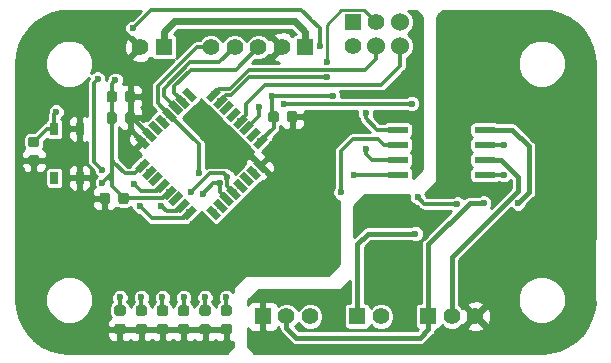
<source format=gtl>
G04 #@! TF.GenerationSoftware,KiCad,Pcbnew,(5.0.0)*
G04 #@! TF.CreationDate,2019-01-23T06:14:12+09:00*
G04 #@! TF.ProjectId,PDS,5044532E6B696361645F706362000000,rev?*
G04 #@! TF.SameCoordinates,Original*
G04 #@! TF.FileFunction,Copper,L1,Top,Signal*
G04 #@! TF.FilePolarity,Positive*
%FSLAX46Y46*%
G04 Gerber Fmt 4.6, Leading zero omitted, Abs format (unit mm)*
G04 Created by KiCad (PCBNEW (5.0.0)) date 01/23/19 06:14:12*
%MOMM*%
%LPD*%
G01*
G04 APERTURE LIST*
G04 #@! TA.AperFunction,Conductor*
%ADD10C,1.000000*%
G04 #@! TD*
G04 #@! TA.AperFunction,SMDPad,CuDef*
%ADD11C,0.875000*%
G04 #@! TD*
G04 #@! TA.AperFunction,SMDPad,CuDef*
%ADD12R,1.750000X0.550000*%
G04 #@! TD*
G04 #@! TA.AperFunction,ComponentPad*
%ADD13R,1.400000X1.400000*%
G04 #@! TD*
G04 #@! TA.AperFunction,ComponentPad*
%ADD14C,1.400000*%
G04 #@! TD*
G04 #@! TA.AperFunction,ComponentPad*
%ADD15C,1.524000*%
G04 #@! TD*
G04 #@! TA.AperFunction,SMDPad,CuDef*
%ADD16R,0.650000X1.050000*%
G04 #@! TD*
G04 #@! TA.AperFunction,SMDPad,CuDef*
%ADD17C,0.600000*%
G04 #@! TD*
G04 #@! TA.AperFunction,ViaPad*
%ADD18C,0.600000*%
G04 #@! TD*
G04 #@! TA.AperFunction,Conductor*
%ADD19C,0.300000*%
G04 #@! TD*
G04 #@! TA.AperFunction,Conductor*
%ADD20C,0.600000*%
G04 #@! TD*
G04 #@! TA.AperFunction,Conductor*
%ADD21C,0.400000*%
G04 #@! TD*
G04 #@! TA.AperFunction,Conductor*
%ADD22C,0.250000*%
G04 #@! TD*
G04 #@! TA.AperFunction,Conductor*
%ADD23C,0.254000*%
G04 #@! TD*
G04 APERTURE END LIST*
D10*
G04 #@! TO.N,GND*
G04 #@! TO.C,C3*
G36*
X70415191Y-112326053D02*
X70436426Y-112329203D01*
X70457250Y-112334419D01*
X70477462Y-112341651D01*
X70496868Y-112350830D01*
X70515281Y-112361866D01*
X70532524Y-112374654D01*
X70548430Y-112389070D01*
X70562846Y-112404976D01*
X70575634Y-112422219D01*
X70586670Y-112440632D01*
X70595849Y-112460038D01*
X70603081Y-112480250D01*
X70608297Y-112501074D01*
X70611447Y-112522309D01*
X70612500Y-112543750D01*
X70612500Y-113056250D01*
X70611447Y-113077691D01*
X70608297Y-113098926D01*
X70603081Y-113119750D01*
X70595849Y-113139962D01*
X70586670Y-113159368D01*
X70575634Y-113177781D01*
X70562846Y-113195024D01*
X70548430Y-113210930D01*
X70532524Y-113225346D01*
X70515281Y-113238134D01*
X70496868Y-113249170D01*
X70477462Y-113258349D01*
X70457250Y-113265581D01*
X70436426Y-113270797D01*
X70415191Y-113273947D01*
X70393750Y-113275000D01*
X69956250Y-113275000D01*
X69934809Y-113273947D01*
X69913574Y-113270797D01*
X69892750Y-113265581D01*
X69872538Y-113258349D01*
X69853132Y-113249170D01*
X69834719Y-113238134D01*
X69817476Y-113225346D01*
X69801570Y-113210930D01*
X69787154Y-113195024D01*
X69774366Y-113177781D01*
X69763330Y-113159368D01*
X69754151Y-113139962D01*
X69746919Y-113119750D01*
X69741703Y-113098926D01*
X69738553Y-113077691D01*
X69737500Y-113056250D01*
X69737500Y-112543750D01*
X69738553Y-112522309D01*
X69741703Y-112501074D01*
X69746919Y-112480250D01*
X69754151Y-112460038D01*
X69763330Y-112440632D01*
X69774366Y-112422219D01*
X69787154Y-112404976D01*
X69801570Y-112389070D01*
X69817476Y-112374654D01*
X69834719Y-112361866D01*
X69853132Y-112350830D01*
X69872538Y-112341651D01*
X69892750Y-112334419D01*
X69913574Y-112329203D01*
X69934809Y-112326053D01*
X69956250Y-112325000D01*
X70393750Y-112325000D01*
X70415191Y-112326053D01*
X70415191Y-112326053D01*
G37*
D11*
G04 #@! TD*
G04 #@! TO.P,C3,1*
G04 #@! TO.N,GND*
X70175000Y-112800000D03*
D10*
G04 #@! TO.N,+3V3*
G04 #@! TO.C,C3*
G36*
X68840191Y-112326053D02*
X68861426Y-112329203D01*
X68882250Y-112334419D01*
X68902462Y-112341651D01*
X68921868Y-112350830D01*
X68940281Y-112361866D01*
X68957524Y-112374654D01*
X68973430Y-112389070D01*
X68987846Y-112404976D01*
X69000634Y-112422219D01*
X69011670Y-112440632D01*
X69020849Y-112460038D01*
X69028081Y-112480250D01*
X69033297Y-112501074D01*
X69036447Y-112522309D01*
X69037500Y-112543750D01*
X69037500Y-113056250D01*
X69036447Y-113077691D01*
X69033297Y-113098926D01*
X69028081Y-113119750D01*
X69020849Y-113139962D01*
X69011670Y-113159368D01*
X69000634Y-113177781D01*
X68987846Y-113195024D01*
X68973430Y-113210930D01*
X68957524Y-113225346D01*
X68940281Y-113238134D01*
X68921868Y-113249170D01*
X68902462Y-113258349D01*
X68882250Y-113265581D01*
X68861426Y-113270797D01*
X68840191Y-113273947D01*
X68818750Y-113275000D01*
X68381250Y-113275000D01*
X68359809Y-113273947D01*
X68338574Y-113270797D01*
X68317750Y-113265581D01*
X68297538Y-113258349D01*
X68278132Y-113249170D01*
X68259719Y-113238134D01*
X68242476Y-113225346D01*
X68226570Y-113210930D01*
X68212154Y-113195024D01*
X68199366Y-113177781D01*
X68188330Y-113159368D01*
X68179151Y-113139962D01*
X68171919Y-113119750D01*
X68166703Y-113098926D01*
X68163553Y-113077691D01*
X68162500Y-113056250D01*
X68162500Y-112543750D01*
X68163553Y-112522309D01*
X68166703Y-112501074D01*
X68171919Y-112480250D01*
X68179151Y-112460038D01*
X68188330Y-112440632D01*
X68199366Y-112422219D01*
X68212154Y-112404976D01*
X68226570Y-112389070D01*
X68242476Y-112374654D01*
X68259719Y-112361866D01*
X68278132Y-112350830D01*
X68297538Y-112341651D01*
X68317750Y-112334419D01*
X68338574Y-112329203D01*
X68359809Y-112326053D01*
X68381250Y-112325000D01*
X68818750Y-112325000D01*
X68840191Y-112326053D01*
X68840191Y-112326053D01*
G37*
D11*
G04 #@! TD*
G04 #@! TO.P,C3,2*
G04 #@! TO.N,+3V3*
X68600000Y-112800000D03*
D10*
G04 #@! TO.N,GND*
G04 #@! TO.C,C4*
G36*
X70415191Y-114126053D02*
X70436426Y-114129203D01*
X70457250Y-114134419D01*
X70477462Y-114141651D01*
X70496868Y-114150830D01*
X70515281Y-114161866D01*
X70532524Y-114174654D01*
X70548430Y-114189070D01*
X70562846Y-114204976D01*
X70575634Y-114222219D01*
X70586670Y-114240632D01*
X70595849Y-114260038D01*
X70603081Y-114280250D01*
X70608297Y-114301074D01*
X70611447Y-114322309D01*
X70612500Y-114343750D01*
X70612500Y-114856250D01*
X70611447Y-114877691D01*
X70608297Y-114898926D01*
X70603081Y-114919750D01*
X70595849Y-114939962D01*
X70586670Y-114959368D01*
X70575634Y-114977781D01*
X70562846Y-114995024D01*
X70548430Y-115010930D01*
X70532524Y-115025346D01*
X70515281Y-115038134D01*
X70496868Y-115049170D01*
X70477462Y-115058349D01*
X70457250Y-115065581D01*
X70436426Y-115070797D01*
X70415191Y-115073947D01*
X70393750Y-115075000D01*
X69956250Y-115075000D01*
X69934809Y-115073947D01*
X69913574Y-115070797D01*
X69892750Y-115065581D01*
X69872538Y-115058349D01*
X69853132Y-115049170D01*
X69834719Y-115038134D01*
X69817476Y-115025346D01*
X69801570Y-115010930D01*
X69787154Y-114995024D01*
X69774366Y-114977781D01*
X69763330Y-114959368D01*
X69754151Y-114939962D01*
X69746919Y-114919750D01*
X69741703Y-114898926D01*
X69738553Y-114877691D01*
X69737500Y-114856250D01*
X69737500Y-114343750D01*
X69738553Y-114322309D01*
X69741703Y-114301074D01*
X69746919Y-114280250D01*
X69754151Y-114260038D01*
X69763330Y-114240632D01*
X69774366Y-114222219D01*
X69787154Y-114204976D01*
X69801570Y-114189070D01*
X69817476Y-114174654D01*
X69834719Y-114161866D01*
X69853132Y-114150830D01*
X69872538Y-114141651D01*
X69892750Y-114134419D01*
X69913574Y-114129203D01*
X69934809Y-114126053D01*
X69956250Y-114125000D01*
X70393750Y-114125000D01*
X70415191Y-114126053D01*
X70415191Y-114126053D01*
G37*
D11*
G04 #@! TD*
G04 #@! TO.P,C4,1*
G04 #@! TO.N,GND*
X70175000Y-114600000D03*
D10*
G04 #@! TO.N,+3V3*
G04 #@! TO.C,C4*
G36*
X68840191Y-114126053D02*
X68861426Y-114129203D01*
X68882250Y-114134419D01*
X68902462Y-114141651D01*
X68921868Y-114150830D01*
X68940281Y-114161866D01*
X68957524Y-114174654D01*
X68973430Y-114189070D01*
X68987846Y-114204976D01*
X69000634Y-114222219D01*
X69011670Y-114240632D01*
X69020849Y-114260038D01*
X69028081Y-114280250D01*
X69033297Y-114301074D01*
X69036447Y-114322309D01*
X69037500Y-114343750D01*
X69037500Y-114856250D01*
X69036447Y-114877691D01*
X69033297Y-114898926D01*
X69028081Y-114919750D01*
X69020849Y-114939962D01*
X69011670Y-114959368D01*
X69000634Y-114977781D01*
X68987846Y-114995024D01*
X68973430Y-115010930D01*
X68957524Y-115025346D01*
X68940281Y-115038134D01*
X68921868Y-115049170D01*
X68902462Y-115058349D01*
X68882250Y-115065581D01*
X68861426Y-115070797D01*
X68840191Y-115073947D01*
X68818750Y-115075000D01*
X68381250Y-115075000D01*
X68359809Y-115073947D01*
X68338574Y-115070797D01*
X68317750Y-115065581D01*
X68297538Y-115058349D01*
X68278132Y-115049170D01*
X68259719Y-115038134D01*
X68242476Y-115025346D01*
X68226570Y-115010930D01*
X68212154Y-114995024D01*
X68199366Y-114977781D01*
X68188330Y-114959368D01*
X68179151Y-114939962D01*
X68171919Y-114919750D01*
X68166703Y-114898926D01*
X68163553Y-114877691D01*
X68162500Y-114856250D01*
X68162500Y-114343750D01*
X68163553Y-114322309D01*
X68166703Y-114301074D01*
X68171919Y-114280250D01*
X68179151Y-114260038D01*
X68188330Y-114240632D01*
X68199366Y-114222219D01*
X68212154Y-114204976D01*
X68226570Y-114189070D01*
X68242476Y-114174654D01*
X68259719Y-114161866D01*
X68278132Y-114150830D01*
X68297538Y-114141651D01*
X68317750Y-114134419D01*
X68338574Y-114129203D01*
X68359809Y-114126053D01*
X68381250Y-114125000D01*
X68818750Y-114125000D01*
X68840191Y-114126053D01*
X68840191Y-114126053D01*
G37*
D11*
G04 #@! TD*
G04 #@! TO.P,C4,2*
G04 #@! TO.N,+3V3*
X68600000Y-114600000D03*
D10*
G04 #@! TO.N,+3V3*
G04 #@! TO.C,C5*
G36*
X69840191Y-120926053D02*
X69861426Y-120929203D01*
X69882250Y-120934419D01*
X69902462Y-120941651D01*
X69921868Y-120950830D01*
X69940281Y-120961866D01*
X69957524Y-120974654D01*
X69973430Y-120989070D01*
X69987846Y-121004976D01*
X70000634Y-121022219D01*
X70011670Y-121040632D01*
X70020849Y-121060038D01*
X70028081Y-121080250D01*
X70033297Y-121101074D01*
X70036447Y-121122309D01*
X70037500Y-121143750D01*
X70037500Y-121656250D01*
X70036447Y-121677691D01*
X70033297Y-121698926D01*
X70028081Y-121719750D01*
X70020849Y-121739962D01*
X70011670Y-121759368D01*
X70000634Y-121777781D01*
X69987846Y-121795024D01*
X69973430Y-121810930D01*
X69957524Y-121825346D01*
X69940281Y-121838134D01*
X69921868Y-121849170D01*
X69902462Y-121858349D01*
X69882250Y-121865581D01*
X69861426Y-121870797D01*
X69840191Y-121873947D01*
X69818750Y-121875000D01*
X69381250Y-121875000D01*
X69359809Y-121873947D01*
X69338574Y-121870797D01*
X69317750Y-121865581D01*
X69297538Y-121858349D01*
X69278132Y-121849170D01*
X69259719Y-121838134D01*
X69242476Y-121825346D01*
X69226570Y-121810930D01*
X69212154Y-121795024D01*
X69199366Y-121777781D01*
X69188330Y-121759368D01*
X69179151Y-121739962D01*
X69171919Y-121719750D01*
X69166703Y-121698926D01*
X69163553Y-121677691D01*
X69162500Y-121656250D01*
X69162500Y-121143750D01*
X69163553Y-121122309D01*
X69166703Y-121101074D01*
X69171919Y-121080250D01*
X69179151Y-121060038D01*
X69188330Y-121040632D01*
X69199366Y-121022219D01*
X69212154Y-121004976D01*
X69226570Y-120989070D01*
X69242476Y-120974654D01*
X69259719Y-120961866D01*
X69278132Y-120950830D01*
X69297538Y-120941651D01*
X69317750Y-120934419D01*
X69338574Y-120929203D01*
X69359809Y-120926053D01*
X69381250Y-120925000D01*
X69818750Y-120925000D01*
X69840191Y-120926053D01*
X69840191Y-120926053D01*
G37*
D11*
G04 #@! TD*
G04 #@! TO.P,C5,2*
G04 #@! TO.N,+3V3*
X69600000Y-121400000D03*
D10*
G04 #@! TO.N,GND*
G04 #@! TO.C,C5*
G36*
X68265191Y-120926053D02*
X68286426Y-120929203D01*
X68307250Y-120934419D01*
X68327462Y-120941651D01*
X68346868Y-120950830D01*
X68365281Y-120961866D01*
X68382524Y-120974654D01*
X68398430Y-120989070D01*
X68412846Y-121004976D01*
X68425634Y-121022219D01*
X68436670Y-121040632D01*
X68445849Y-121060038D01*
X68453081Y-121080250D01*
X68458297Y-121101074D01*
X68461447Y-121122309D01*
X68462500Y-121143750D01*
X68462500Y-121656250D01*
X68461447Y-121677691D01*
X68458297Y-121698926D01*
X68453081Y-121719750D01*
X68445849Y-121739962D01*
X68436670Y-121759368D01*
X68425634Y-121777781D01*
X68412846Y-121795024D01*
X68398430Y-121810930D01*
X68382524Y-121825346D01*
X68365281Y-121838134D01*
X68346868Y-121849170D01*
X68327462Y-121858349D01*
X68307250Y-121865581D01*
X68286426Y-121870797D01*
X68265191Y-121873947D01*
X68243750Y-121875000D01*
X67806250Y-121875000D01*
X67784809Y-121873947D01*
X67763574Y-121870797D01*
X67742750Y-121865581D01*
X67722538Y-121858349D01*
X67703132Y-121849170D01*
X67684719Y-121838134D01*
X67667476Y-121825346D01*
X67651570Y-121810930D01*
X67637154Y-121795024D01*
X67624366Y-121777781D01*
X67613330Y-121759368D01*
X67604151Y-121739962D01*
X67596919Y-121719750D01*
X67591703Y-121698926D01*
X67588553Y-121677691D01*
X67587500Y-121656250D01*
X67587500Y-121143750D01*
X67588553Y-121122309D01*
X67591703Y-121101074D01*
X67596919Y-121080250D01*
X67604151Y-121060038D01*
X67613330Y-121040632D01*
X67624366Y-121022219D01*
X67637154Y-121004976D01*
X67651570Y-120989070D01*
X67667476Y-120974654D01*
X67684719Y-120961866D01*
X67703132Y-120950830D01*
X67722538Y-120941651D01*
X67742750Y-120934419D01*
X67763574Y-120929203D01*
X67784809Y-120926053D01*
X67806250Y-120925000D01*
X68243750Y-120925000D01*
X68265191Y-120926053D01*
X68265191Y-120926053D01*
G37*
D11*
G04 #@! TD*
G04 #@! TO.P,C5,1*
G04 #@! TO.N,GND*
X68025000Y-121400000D03*
D10*
G04 #@! TO.N,+3V3*
G04 #@! TO.C,C6*
G36*
X82540191Y-114026053D02*
X82561426Y-114029203D01*
X82582250Y-114034419D01*
X82602462Y-114041651D01*
X82621868Y-114050830D01*
X82640281Y-114061866D01*
X82657524Y-114074654D01*
X82673430Y-114089070D01*
X82687846Y-114104976D01*
X82700634Y-114122219D01*
X82711670Y-114140632D01*
X82720849Y-114160038D01*
X82728081Y-114180250D01*
X82733297Y-114201074D01*
X82736447Y-114222309D01*
X82737500Y-114243750D01*
X82737500Y-114756250D01*
X82736447Y-114777691D01*
X82733297Y-114798926D01*
X82728081Y-114819750D01*
X82720849Y-114839962D01*
X82711670Y-114859368D01*
X82700634Y-114877781D01*
X82687846Y-114895024D01*
X82673430Y-114910930D01*
X82657524Y-114925346D01*
X82640281Y-114938134D01*
X82621868Y-114949170D01*
X82602462Y-114958349D01*
X82582250Y-114965581D01*
X82561426Y-114970797D01*
X82540191Y-114973947D01*
X82518750Y-114975000D01*
X82081250Y-114975000D01*
X82059809Y-114973947D01*
X82038574Y-114970797D01*
X82017750Y-114965581D01*
X81997538Y-114958349D01*
X81978132Y-114949170D01*
X81959719Y-114938134D01*
X81942476Y-114925346D01*
X81926570Y-114910930D01*
X81912154Y-114895024D01*
X81899366Y-114877781D01*
X81888330Y-114859368D01*
X81879151Y-114839962D01*
X81871919Y-114819750D01*
X81866703Y-114798926D01*
X81863553Y-114777691D01*
X81862500Y-114756250D01*
X81862500Y-114243750D01*
X81863553Y-114222309D01*
X81866703Y-114201074D01*
X81871919Y-114180250D01*
X81879151Y-114160038D01*
X81888330Y-114140632D01*
X81899366Y-114122219D01*
X81912154Y-114104976D01*
X81926570Y-114089070D01*
X81942476Y-114074654D01*
X81959719Y-114061866D01*
X81978132Y-114050830D01*
X81997538Y-114041651D01*
X82017750Y-114034419D01*
X82038574Y-114029203D01*
X82059809Y-114026053D01*
X82081250Y-114025000D01*
X82518750Y-114025000D01*
X82540191Y-114026053D01*
X82540191Y-114026053D01*
G37*
D11*
G04 #@! TD*
G04 #@! TO.P,C6,2*
G04 #@! TO.N,+3V3*
X82300000Y-114500000D03*
D10*
G04 #@! TO.N,GND*
G04 #@! TO.C,C6*
G36*
X84115191Y-114026053D02*
X84136426Y-114029203D01*
X84157250Y-114034419D01*
X84177462Y-114041651D01*
X84196868Y-114050830D01*
X84215281Y-114061866D01*
X84232524Y-114074654D01*
X84248430Y-114089070D01*
X84262846Y-114104976D01*
X84275634Y-114122219D01*
X84286670Y-114140632D01*
X84295849Y-114160038D01*
X84303081Y-114180250D01*
X84308297Y-114201074D01*
X84311447Y-114222309D01*
X84312500Y-114243750D01*
X84312500Y-114756250D01*
X84311447Y-114777691D01*
X84308297Y-114798926D01*
X84303081Y-114819750D01*
X84295849Y-114839962D01*
X84286670Y-114859368D01*
X84275634Y-114877781D01*
X84262846Y-114895024D01*
X84248430Y-114910930D01*
X84232524Y-114925346D01*
X84215281Y-114938134D01*
X84196868Y-114949170D01*
X84177462Y-114958349D01*
X84157250Y-114965581D01*
X84136426Y-114970797D01*
X84115191Y-114973947D01*
X84093750Y-114975000D01*
X83656250Y-114975000D01*
X83634809Y-114973947D01*
X83613574Y-114970797D01*
X83592750Y-114965581D01*
X83572538Y-114958349D01*
X83553132Y-114949170D01*
X83534719Y-114938134D01*
X83517476Y-114925346D01*
X83501570Y-114910930D01*
X83487154Y-114895024D01*
X83474366Y-114877781D01*
X83463330Y-114859368D01*
X83454151Y-114839962D01*
X83446919Y-114819750D01*
X83441703Y-114798926D01*
X83438553Y-114777691D01*
X83437500Y-114756250D01*
X83437500Y-114243750D01*
X83438553Y-114222309D01*
X83441703Y-114201074D01*
X83446919Y-114180250D01*
X83454151Y-114160038D01*
X83463330Y-114140632D01*
X83474366Y-114122219D01*
X83487154Y-114104976D01*
X83501570Y-114089070D01*
X83517476Y-114074654D01*
X83534719Y-114061866D01*
X83553132Y-114050830D01*
X83572538Y-114041651D01*
X83592750Y-114034419D01*
X83613574Y-114029203D01*
X83634809Y-114026053D01*
X83656250Y-114025000D01*
X84093750Y-114025000D01*
X84115191Y-114026053D01*
X84115191Y-114026053D01*
G37*
D11*
G04 #@! TD*
G04 #@! TO.P,C6,1*
G04 #@! TO.N,GND*
X83875000Y-114500000D03*
D10*
G04 #@! TO.N,/RESET*
G04 #@! TO.C,C7*
G36*
X62277691Y-116188553D02*
X62298926Y-116191703D01*
X62319750Y-116196919D01*
X62339962Y-116204151D01*
X62359368Y-116213330D01*
X62377781Y-116224366D01*
X62395024Y-116237154D01*
X62410930Y-116251570D01*
X62425346Y-116267476D01*
X62438134Y-116284719D01*
X62449170Y-116303132D01*
X62458349Y-116322538D01*
X62465581Y-116342750D01*
X62470797Y-116363574D01*
X62473947Y-116384809D01*
X62475000Y-116406250D01*
X62475000Y-116843750D01*
X62473947Y-116865191D01*
X62470797Y-116886426D01*
X62465581Y-116907250D01*
X62458349Y-116927462D01*
X62449170Y-116946868D01*
X62438134Y-116965281D01*
X62425346Y-116982524D01*
X62410930Y-116998430D01*
X62395024Y-117012846D01*
X62377781Y-117025634D01*
X62359368Y-117036670D01*
X62339962Y-117045849D01*
X62319750Y-117053081D01*
X62298926Y-117058297D01*
X62277691Y-117061447D01*
X62256250Y-117062500D01*
X61743750Y-117062500D01*
X61722309Y-117061447D01*
X61701074Y-117058297D01*
X61680250Y-117053081D01*
X61660038Y-117045849D01*
X61640632Y-117036670D01*
X61622219Y-117025634D01*
X61604976Y-117012846D01*
X61589070Y-116998430D01*
X61574654Y-116982524D01*
X61561866Y-116965281D01*
X61550830Y-116946868D01*
X61541651Y-116927462D01*
X61534419Y-116907250D01*
X61529203Y-116886426D01*
X61526053Y-116865191D01*
X61525000Y-116843750D01*
X61525000Y-116406250D01*
X61526053Y-116384809D01*
X61529203Y-116363574D01*
X61534419Y-116342750D01*
X61541651Y-116322538D01*
X61550830Y-116303132D01*
X61561866Y-116284719D01*
X61574654Y-116267476D01*
X61589070Y-116251570D01*
X61604976Y-116237154D01*
X61622219Y-116224366D01*
X61640632Y-116213330D01*
X61660038Y-116204151D01*
X61680250Y-116196919D01*
X61701074Y-116191703D01*
X61722309Y-116188553D01*
X61743750Y-116187500D01*
X62256250Y-116187500D01*
X62277691Y-116188553D01*
X62277691Y-116188553D01*
G37*
D11*
G04 #@! TD*
G04 #@! TO.P,C7,1*
G04 #@! TO.N,/RESET*
X62000000Y-116625000D03*
D10*
G04 #@! TO.N,GND*
G04 #@! TO.C,C7*
G36*
X62277691Y-117763553D02*
X62298926Y-117766703D01*
X62319750Y-117771919D01*
X62339962Y-117779151D01*
X62359368Y-117788330D01*
X62377781Y-117799366D01*
X62395024Y-117812154D01*
X62410930Y-117826570D01*
X62425346Y-117842476D01*
X62438134Y-117859719D01*
X62449170Y-117878132D01*
X62458349Y-117897538D01*
X62465581Y-117917750D01*
X62470797Y-117938574D01*
X62473947Y-117959809D01*
X62475000Y-117981250D01*
X62475000Y-118418750D01*
X62473947Y-118440191D01*
X62470797Y-118461426D01*
X62465581Y-118482250D01*
X62458349Y-118502462D01*
X62449170Y-118521868D01*
X62438134Y-118540281D01*
X62425346Y-118557524D01*
X62410930Y-118573430D01*
X62395024Y-118587846D01*
X62377781Y-118600634D01*
X62359368Y-118611670D01*
X62339962Y-118620849D01*
X62319750Y-118628081D01*
X62298926Y-118633297D01*
X62277691Y-118636447D01*
X62256250Y-118637500D01*
X61743750Y-118637500D01*
X61722309Y-118636447D01*
X61701074Y-118633297D01*
X61680250Y-118628081D01*
X61660038Y-118620849D01*
X61640632Y-118611670D01*
X61622219Y-118600634D01*
X61604976Y-118587846D01*
X61589070Y-118573430D01*
X61574654Y-118557524D01*
X61561866Y-118540281D01*
X61550830Y-118521868D01*
X61541651Y-118502462D01*
X61534419Y-118482250D01*
X61529203Y-118461426D01*
X61526053Y-118440191D01*
X61525000Y-118418750D01*
X61525000Y-117981250D01*
X61526053Y-117959809D01*
X61529203Y-117938574D01*
X61534419Y-117917750D01*
X61541651Y-117897538D01*
X61550830Y-117878132D01*
X61561866Y-117859719D01*
X61574654Y-117842476D01*
X61589070Y-117826570D01*
X61604976Y-117812154D01*
X61622219Y-117799366D01*
X61640632Y-117788330D01*
X61660038Y-117779151D01*
X61680250Y-117771919D01*
X61701074Y-117766703D01*
X61722309Y-117763553D01*
X61743750Y-117762500D01*
X62256250Y-117762500D01*
X62277691Y-117763553D01*
X62277691Y-117763553D01*
G37*
D11*
G04 #@! TD*
G04 #@! TO.P,C7,2*
G04 #@! TO.N,GND*
X62000000Y-118200000D03*
D10*
G04 #@! TO.N,Net-(D1-Pad2)*
G04 #@! TO.C,D1*
G36*
X69577691Y-130463553D02*
X69598926Y-130466703D01*
X69619750Y-130471919D01*
X69639962Y-130479151D01*
X69659368Y-130488330D01*
X69677781Y-130499366D01*
X69695024Y-130512154D01*
X69710930Y-130526570D01*
X69725346Y-130542476D01*
X69738134Y-130559719D01*
X69749170Y-130578132D01*
X69758349Y-130597538D01*
X69765581Y-130617750D01*
X69770797Y-130638574D01*
X69773947Y-130659809D01*
X69775000Y-130681250D01*
X69775000Y-131118750D01*
X69773947Y-131140191D01*
X69770797Y-131161426D01*
X69765581Y-131182250D01*
X69758349Y-131202462D01*
X69749170Y-131221868D01*
X69738134Y-131240281D01*
X69725346Y-131257524D01*
X69710930Y-131273430D01*
X69695024Y-131287846D01*
X69677781Y-131300634D01*
X69659368Y-131311670D01*
X69639962Y-131320849D01*
X69619750Y-131328081D01*
X69598926Y-131333297D01*
X69577691Y-131336447D01*
X69556250Y-131337500D01*
X69043750Y-131337500D01*
X69022309Y-131336447D01*
X69001074Y-131333297D01*
X68980250Y-131328081D01*
X68960038Y-131320849D01*
X68940632Y-131311670D01*
X68922219Y-131300634D01*
X68904976Y-131287846D01*
X68889070Y-131273430D01*
X68874654Y-131257524D01*
X68861866Y-131240281D01*
X68850830Y-131221868D01*
X68841651Y-131202462D01*
X68834419Y-131182250D01*
X68829203Y-131161426D01*
X68826053Y-131140191D01*
X68825000Y-131118750D01*
X68825000Y-130681250D01*
X68826053Y-130659809D01*
X68829203Y-130638574D01*
X68834419Y-130617750D01*
X68841651Y-130597538D01*
X68850830Y-130578132D01*
X68861866Y-130559719D01*
X68874654Y-130542476D01*
X68889070Y-130526570D01*
X68904976Y-130512154D01*
X68922219Y-130499366D01*
X68940632Y-130488330D01*
X68960038Y-130479151D01*
X68980250Y-130471919D01*
X69001074Y-130466703D01*
X69022309Y-130463553D01*
X69043750Y-130462500D01*
X69556250Y-130462500D01*
X69577691Y-130463553D01*
X69577691Y-130463553D01*
G37*
D11*
G04 #@! TD*
G04 #@! TO.P,D1,2*
G04 #@! TO.N,Net-(D1-Pad2)*
X69300000Y-130900000D03*
D10*
G04 #@! TO.N,GND*
G04 #@! TO.C,D1*
G36*
X69577691Y-132038553D02*
X69598926Y-132041703D01*
X69619750Y-132046919D01*
X69639962Y-132054151D01*
X69659368Y-132063330D01*
X69677781Y-132074366D01*
X69695024Y-132087154D01*
X69710930Y-132101570D01*
X69725346Y-132117476D01*
X69738134Y-132134719D01*
X69749170Y-132153132D01*
X69758349Y-132172538D01*
X69765581Y-132192750D01*
X69770797Y-132213574D01*
X69773947Y-132234809D01*
X69775000Y-132256250D01*
X69775000Y-132693750D01*
X69773947Y-132715191D01*
X69770797Y-132736426D01*
X69765581Y-132757250D01*
X69758349Y-132777462D01*
X69749170Y-132796868D01*
X69738134Y-132815281D01*
X69725346Y-132832524D01*
X69710930Y-132848430D01*
X69695024Y-132862846D01*
X69677781Y-132875634D01*
X69659368Y-132886670D01*
X69639962Y-132895849D01*
X69619750Y-132903081D01*
X69598926Y-132908297D01*
X69577691Y-132911447D01*
X69556250Y-132912500D01*
X69043750Y-132912500D01*
X69022309Y-132911447D01*
X69001074Y-132908297D01*
X68980250Y-132903081D01*
X68960038Y-132895849D01*
X68940632Y-132886670D01*
X68922219Y-132875634D01*
X68904976Y-132862846D01*
X68889070Y-132848430D01*
X68874654Y-132832524D01*
X68861866Y-132815281D01*
X68850830Y-132796868D01*
X68841651Y-132777462D01*
X68834419Y-132757250D01*
X68829203Y-132736426D01*
X68826053Y-132715191D01*
X68825000Y-132693750D01*
X68825000Y-132256250D01*
X68826053Y-132234809D01*
X68829203Y-132213574D01*
X68834419Y-132192750D01*
X68841651Y-132172538D01*
X68850830Y-132153132D01*
X68861866Y-132134719D01*
X68874654Y-132117476D01*
X68889070Y-132101570D01*
X68904976Y-132087154D01*
X68922219Y-132074366D01*
X68940632Y-132063330D01*
X68960038Y-132054151D01*
X68980250Y-132046919D01*
X69001074Y-132041703D01*
X69022309Y-132038553D01*
X69043750Y-132037500D01*
X69556250Y-132037500D01*
X69577691Y-132038553D01*
X69577691Y-132038553D01*
G37*
D11*
G04 #@! TD*
G04 #@! TO.P,D1,1*
G04 #@! TO.N,GND*
X69300000Y-132475000D03*
D10*
G04 #@! TO.N,GND*
G04 #@! TO.C,D2*
G36*
X71377691Y-132051053D02*
X71398926Y-132054203D01*
X71419750Y-132059419D01*
X71439962Y-132066651D01*
X71459368Y-132075830D01*
X71477781Y-132086866D01*
X71495024Y-132099654D01*
X71510930Y-132114070D01*
X71525346Y-132129976D01*
X71538134Y-132147219D01*
X71549170Y-132165632D01*
X71558349Y-132185038D01*
X71565581Y-132205250D01*
X71570797Y-132226074D01*
X71573947Y-132247309D01*
X71575000Y-132268750D01*
X71575000Y-132706250D01*
X71573947Y-132727691D01*
X71570797Y-132748926D01*
X71565581Y-132769750D01*
X71558349Y-132789962D01*
X71549170Y-132809368D01*
X71538134Y-132827781D01*
X71525346Y-132845024D01*
X71510930Y-132860930D01*
X71495024Y-132875346D01*
X71477781Y-132888134D01*
X71459368Y-132899170D01*
X71439962Y-132908349D01*
X71419750Y-132915581D01*
X71398926Y-132920797D01*
X71377691Y-132923947D01*
X71356250Y-132925000D01*
X70843750Y-132925000D01*
X70822309Y-132923947D01*
X70801074Y-132920797D01*
X70780250Y-132915581D01*
X70760038Y-132908349D01*
X70740632Y-132899170D01*
X70722219Y-132888134D01*
X70704976Y-132875346D01*
X70689070Y-132860930D01*
X70674654Y-132845024D01*
X70661866Y-132827781D01*
X70650830Y-132809368D01*
X70641651Y-132789962D01*
X70634419Y-132769750D01*
X70629203Y-132748926D01*
X70626053Y-132727691D01*
X70625000Y-132706250D01*
X70625000Y-132268750D01*
X70626053Y-132247309D01*
X70629203Y-132226074D01*
X70634419Y-132205250D01*
X70641651Y-132185038D01*
X70650830Y-132165632D01*
X70661866Y-132147219D01*
X70674654Y-132129976D01*
X70689070Y-132114070D01*
X70704976Y-132099654D01*
X70722219Y-132086866D01*
X70740632Y-132075830D01*
X70760038Y-132066651D01*
X70780250Y-132059419D01*
X70801074Y-132054203D01*
X70822309Y-132051053D01*
X70843750Y-132050000D01*
X71356250Y-132050000D01*
X71377691Y-132051053D01*
X71377691Y-132051053D01*
G37*
D11*
G04 #@! TD*
G04 #@! TO.P,D2,1*
G04 #@! TO.N,GND*
X71100000Y-132487500D03*
D10*
G04 #@! TO.N,Net-(D2-Pad2)*
G04 #@! TO.C,D2*
G36*
X71377691Y-130476053D02*
X71398926Y-130479203D01*
X71419750Y-130484419D01*
X71439962Y-130491651D01*
X71459368Y-130500830D01*
X71477781Y-130511866D01*
X71495024Y-130524654D01*
X71510930Y-130539070D01*
X71525346Y-130554976D01*
X71538134Y-130572219D01*
X71549170Y-130590632D01*
X71558349Y-130610038D01*
X71565581Y-130630250D01*
X71570797Y-130651074D01*
X71573947Y-130672309D01*
X71575000Y-130693750D01*
X71575000Y-131131250D01*
X71573947Y-131152691D01*
X71570797Y-131173926D01*
X71565581Y-131194750D01*
X71558349Y-131214962D01*
X71549170Y-131234368D01*
X71538134Y-131252781D01*
X71525346Y-131270024D01*
X71510930Y-131285930D01*
X71495024Y-131300346D01*
X71477781Y-131313134D01*
X71459368Y-131324170D01*
X71439962Y-131333349D01*
X71419750Y-131340581D01*
X71398926Y-131345797D01*
X71377691Y-131348947D01*
X71356250Y-131350000D01*
X70843750Y-131350000D01*
X70822309Y-131348947D01*
X70801074Y-131345797D01*
X70780250Y-131340581D01*
X70760038Y-131333349D01*
X70740632Y-131324170D01*
X70722219Y-131313134D01*
X70704976Y-131300346D01*
X70689070Y-131285930D01*
X70674654Y-131270024D01*
X70661866Y-131252781D01*
X70650830Y-131234368D01*
X70641651Y-131214962D01*
X70634419Y-131194750D01*
X70629203Y-131173926D01*
X70626053Y-131152691D01*
X70625000Y-131131250D01*
X70625000Y-130693750D01*
X70626053Y-130672309D01*
X70629203Y-130651074D01*
X70634419Y-130630250D01*
X70641651Y-130610038D01*
X70650830Y-130590632D01*
X70661866Y-130572219D01*
X70674654Y-130554976D01*
X70689070Y-130539070D01*
X70704976Y-130524654D01*
X70722219Y-130511866D01*
X70740632Y-130500830D01*
X70760038Y-130491651D01*
X70780250Y-130484419D01*
X70801074Y-130479203D01*
X70822309Y-130476053D01*
X70843750Y-130475000D01*
X71356250Y-130475000D01*
X71377691Y-130476053D01*
X71377691Y-130476053D01*
G37*
D11*
G04 #@! TD*
G04 #@! TO.P,D2,2*
G04 #@! TO.N,Net-(D2-Pad2)*
X71100000Y-130912500D03*
D10*
G04 #@! TO.N,Net-(D3-Pad2)*
G04 #@! TO.C,D3*
G36*
X73177691Y-130476053D02*
X73198926Y-130479203D01*
X73219750Y-130484419D01*
X73239962Y-130491651D01*
X73259368Y-130500830D01*
X73277781Y-130511866D01*
X73295024Y-130524654D01*
X73310930Y-130539070D01*
X73325346Y-130554976D01*
X73338134Y-130572219D01*
X73349170Y-130590632D01*
X73358349Y-130610038D01*
X73365581Y-130630250D01*
X73370797Y-130651074D01*
X73373947Y-130672309D01*
X73375000Y-130693750D01*
X73375000Y-131131250D01*
X73373947Y-131152691D01*
X73370797Y-131173926D01*
X73365581Y-131194750D01*
X73358349Y-131214962D01*
X73349170Y-131234368D01*
X73338134Y-131252781D01*
X73325346Y-131270024D01*
X73310930Y-131285930D01*
X73295024Y-131300346D01*
X73277781Y-131313134D01*
X73259368Y-131324170D01*
X73239962Y-131333349D01*
X73219750Y-131340581D01*
X73198926Y-131345797D01*
X73177691Y-131348947D01*
X73156250Y-131350000D01*
X72643750Y-131350000D01*
X72622309Y-131348947D01*
X72601074Y-131345797D01*
X72580250Y-131340581D01*
X72560038Y-131333349D01*
X72540632Y-131324170D01*
X72522219Y-131313134D01*
X72504976Y-131300346D01*
X72489070Y-131285930D01*
X72474654Y-131270024D01*
X72461866Y-131252781D01*
X72450830Y-131234368D01*
X72441651Y-131214962D01*
X72434419Y-131194750D01*
X72429203Y-131173926D01*
X72426053Y-131152691D01*
X72425000Y-131131250D01*
X72425000Y-130693750D01*
X72426053Y-130672309D01*
X72429203Y-130651074D01*
X72434419Y-130630250D01*
X72441651Y-130610038D01*
X72450830Y-130590632D01*
X72461866Y-130572219D01*
X72474654Y-130554976D01*
X72489070Y-130539070D01*
X72504976Y-130524654D01*
X72522219Y-130511866D01*
X72540632Y-130500830D01*
X72560038Y-130491651D01*
X72580250Y-130484419D01*
X72601074Y-130479203D01*
X72622309Y-130476053D01*
X72643750Y-130475000D01*
X73156250Y-130475000D01*
X73177691Y-130476053D01*
X73177691Y-130476053D01*
G37*
D11*
G04 #@! TD*
G04 #@! TO.P,D3,2*
G04 #@! TO.N,Net-(D3-Pad2)*
X72900000Y-130912500D03*
D10*
G04 #@! TO.N,GND*
G04 #@! TO.C,D3*
G36*
X73177691Y-132051053D02*
X73198926Y-132054203D01*
X73219750Y-132059419D01*
X73239962Y-132066651D01*
X73259368Y-132075830D01*
X73277781Y-132086866D01*
X73295024Y-132099654D01*
X73310930Y-132114070D01*
X73325346Y-132129976D01*
X73338134Y-132147219D01*
X73349170Y-132165632D01*
X73358349Y-132185038D01*
X73365581Y-132205250D01*
X73370797Y-132226074D01*
X73373947Y-132247309D01*
X73375000Y-132268750D01*
X73375000Y-132706250D01*
X73373947Y-132727691D01*
X73370797Y-132748926D01*
X73365581Y-132769750D01*
X73358349Y-132789962D01*
X73349170Y-132809368D01*
X73338134Y-132827781D01*
X73325346Y-132845024D01*
X73310930Y-132860930D01*
X73295024Y-132875346D01*
X73277781Y-132888134D01*
X73259368Y-132899170D01*
X73239962Y-132908349D01*
X73219750Y-132915581D01*
X73198926Y-132920797D01*
X73177691Y-132923947D01*
X73156250Y-132925000D01*
X72643750Y-132925000D01*
X72622309Y-132923947D01*
X72601074Y-132920797D01*
X72580250Y-132915581D01*
X72560038Y-132908349D01*
X72540632Y-132899170D01*
X72522219Y-132888134D01*
X72504976Y-132875346D01*
X72489070Y-132860930D01*
X72474654Y-132845024D01*
X72461866Y-132827781D01*
X72450830Y-132809368D01*
X72441651Y-132789962D01*
X72434419Y-132769750D01*
X72429203Y-132748926D01*
X72426053Y-132727691D01*
X72425000Y-132706250D01*
X72425000Y-132268750D01*
X72426053Y-132247309D01*
X72429203Y-132226074D01*
X72434419Y-132205250D01*
X72441651Y-132185038D01*
X72450830Y-132165632D01*
X72461866Y-132147219D01*
X72474654Y-132129976D01*
X72489070Y-132114070D01*
X72504976Y-132099654D01*
X72522219Y-132086866D01*
X72540632Y-132075830D01*
X72560038Y-132066651D01*
X72580250Y-132059419D01*
X72601074Y-132054203D01*
X72622309Y-132051053D01*
X72643750Y-132050000D01*
X73156250Y-132050000D01*
X73177691Y-132051053D01*
X73177691Y-132051053D01*
G37*
D11*
G04 #@! TD*
G04 #@! TO.P,D3,1*
G04 #@! TO.N,GND*
X72900000Y-132487500D03*
D10*
G04 #@! TO.N,GND*
G04 #@! TO.C,D4*
G36*
X76777691Y-132051053D02*
X76798926Y-132054203D01*
X76819750Y-132059419D01*
X76839962Y-132066651D01*
X76859368Y-132075830D01*
X76877781Y-132086866D01*
X76895024Y-132099654D01*
X76910930Y-132114070D01*
X76925346Y-132129976D01*
X76938134Y-132147219D01*
X76949170Y-132165632D01*
X76958349Y-132185038D01*
X76965581Y-132205250D01*
X76970797Y-132226074D01*
X76973947Y-132247309D01*
X76975000Y-132268750D01*
X76975000Y-132706250D01*
X76973947Y-132727691D01*
X76970797Y-132748926D01*
X76965581Y-132769750D01*
X76958349Y-132789962D01*
X76949170Y-132809368D01*
X76938134Y-132827781D01*
X76925346Y-132845024D01*
X76910930Y-132860930D01*
X76895024Y-132875346D01*
X76877781Y-132888134D01*
X76859368Y-132899170D01*
X76839962Y-132908349D01*
X76819750Y-132915581D01*
X76798926Y-132920797D01*
X76777691Y-132923947D01*
X76756250Y-132925000D01*
X76243750Y-132925000D01*
X76222309Y-132923947D01*
X76201074Y-132920797D01*
X76180250Y-132915581D01*
X76160038Y-132908349D01*
X76140632Y-132899170D01*
X76122219Y-132888134D01*
X76104976Y-132875346D01*
X76089070Y-132860930D01*
X76074654Y-132845024D01*
X76061866Y-132827781D01*
X76050830Y-132809368D01*
X76041651Y-132789962D01*
X76034419Y-132769750D01*
X76029203Y-132748926D01*
X76026053Y-132727691D01*
X76025000Y-132706250D01*
X76025000Y-132268750D01*
X76026053Y-132247309D01*
X76029203Y-132226074D01*
X76034419Y-132205250D01*
X76041651Y-132185038D01*
X76050830Y-132165632D01*
X76061866Y-132147219D01*
X76074654Y-132129976D01*
X76089070Y-132114070D01*
X76104976Y-132099654D01*
X76122219Y-132086866D01*
X76140632Y-132075830D01*
X76160038Y-132066651D01*
X76180250Y-132059419D01*
X76201074Y-132054203D01*
X76222309Y-132051053D01*
X76243750Y-132050000D01*
X76756250Y-132050000D01*
X76777691Y-132051053D01*
X76777691Y-132051053D01*
G37*
D11*
G04 #@! TD*
G04 #@! TO.P,D4,1*
G04 #@! TO.N,GND*
X76500000Y-132487500D03*
D10*
G04 #@! TO.N,Net-(D4-Pad2)*
G04 #@! TO.C,D4*
G36*
X76777691Y-130476053D02*
X76798926Y-130479203D01*
X76819750Y-130484419D01*
X76839962Y-130491651D01*
X76859368Y-130500830D01*
X76877781Y-130511866D01*
X76895024Y-130524654D01*
X76910930Y-130539070D01*
X76925346Y-130554976D01*
X76938134Y-130572219D01*
X76949170Y-130590632D01*
X76958349Y-130610038D01*
X76965581Y-130630250D01*
X76970797Y-130651074D01*
X76973947Y-130672309D01*
X76975000Y-130693750D01*
X76975000Y-131131250D01*
X76973947Y-131152691D01*
X76970797Y-131173926D01*
X76965581Y-131194750D01*
X76958349Y-131214962D01*
X76949170Y-131234368D01*
X76938134Y-131252781D01*
X76925346Y-131270024D01*
X76910930Y-131285930D01*
X76895024Y-131300346D01*
X76877781Y-131313134D01*
X76859368Y-131324170D01*
X76839962Y-131333349D01*
X76819750Y-131340581D01*
X76798926Y-131345797D01*
X76777691Y-131348947D01*
X76756250Y-131350000D01*
X76243750Y-131350000D01*
X76222309Y-131348947D01*
X76201074Y-131345797D01*
X76180250Y-131340581D01*
X76160038Y-131333349D01*
X76140632Y-131324170D01*
X76122219Y-131313134D01*
X76104976Y-131300346D01*
X76089070Y-131285930D01*
X76074654Y-131270024D01*
X76061866Y-131252781D01*
X76050830Y-131234368D01*
X76041651Y-131214962D01*
X76034419Y-131194750D01*
X76029203Y-131173926D01*
X76026053Y-131152691D01*
X76025000Y-131131250D01*
X76025000Y-130693750D01*
X76026053Y-130672309D01*
X76029203Y-130651074D01*
X76034419Y-130630250D01*
X76041651Y-130610038D01*
X76050830Y-130590632D01*
X76061866Y-130572219D01*
X76074654Y-130554976D01*
X76089070Y-130539070D01*
X76104976Y-130524654D01*
X76122219Y-130511866D01*
X76140632Y-130500830D01*
X76160038Y-130491651D01*
X76180250Y-130484419D01*
X76201074Y-130479203D01*
X76222309Y-130476053D01*
X76243750Y-130475000D01*
X76756250Y-130475000D01*
X76777691Y-130476053D01*
X76777691Y-130476053D01*
G37*
D11*
G04 #@! TD*
G04 #@! TO.P,D4,2*
G04 #@! TO.N,Net-(D4-Pad2)*
X76500000Y-130912500D03*
D10*
G04 #@! TO.N,Net-(D5-Pad2)*
G04 #@! TO.C,D5*
G36*
X74977691Y-130476053D02*
X74998926Y-130479203D01*
X75019750Y-130484419D01*
X75039962Y-130491651D01*
X75059368Y-130500830D01*
X75077781Y-130511866D01*
X75095024Y-130524654D01*
X75110930Y-130539070D01*
X75125346Y-130554976D01*
X75138134Y-130572219D01*
X75149170Y-130590632D01*
X75158349Y-130610038D01*
X75165581Y-130630250D01*
X75170797Y-130651074D01*
X75173947Y-130672309D01*
X75175000Y-130693750D01*
X75175000Y-131131250D01*
X75173947Y-131152691D01*
X75170797Y-131173926D01*
X75165581Y-131194750D01*
X75158349Y-131214962D01*
X75149170Y-131234368D01*
X75138134Y-131252781D01*
X75125346Y-131270024D01*
X75110930Y-131285930D01*
X75095024Y-131300346D01*
X75077781Y-131313134D01*
X75059368Y-131324170D01*
X75039962Y-131333349D01*
X75019750Y-131340581D01*
X74998926Y-131345797D01*
X74977691Y-131348947D01*
X74956250Y-131350000D01*
X74443750Y-131350000D01*
X74422309Y-131348947D01*
X74401074Y-131345797D01*
X74380250Y-131340581D01*
X74360038Y-131333349D01*
X74340632Y-131324170D01*
X74322219Y-131313134D01*
X74304976Y-131300346D01*
X74289070Y-131285930D01*
X74274654Y-131270024D01*
X74261866Y-131252781D01*
X74250830Y-131234368D01*
X74241651Y-131214962D01*
X74234419Y-131194750D01*
X74229203Y-131173926D01*
X74226053Y-131152691D01*
X74225000Y-131131250D01*
X74225000Y-130693750D01*
X74226053Y-130672309D01*
X74229203Y-130651074D01*
X74234419Y-130630250D01*
X74241651Y-130610038D01*
X74250830Y-130590632D01*
X74261866Y-130572219D01*
X74274654Y-130554976D01*
X74289070Y-130539070D01*
X74304976Y-130524654D01*
X74322219Y-130511866D01*
X74340632Y-130500830D01*
X74360038Y-130491651D01*
X74380250Y-130484419D01*
X74401074Y-130479203D01*
X74422309Y-130476053D01*
X74443750Y-130475000D01*
X74956250Y-130475000D01*
X74977691Y-130476053D01*
X74977691Y-130476053D01*
G37*
D11*
G04 #@! TD*
G04 #@! TO.P,D5,2*
G04 #@! TO.N,Net-(D5-Pad2)*
X74700000Y-130912500D03*
D10*
G04 #@! TO.N,GND*
G04 #@! TO.C,D5*
G36*
X74977691Y-132051053D02*
X74998926Y-132054203D01*
X75019750Y-132059419D01*
X75039962Y-132066651D01*
X75059368Y-132075830D01*
X75077781Y-132086866D01*
X75095024Y-132099654D01*
X75110930Y-132114070D01*
X75125346Y-132129976D01*
X75138134Y-132147219D01*
X75149170Y-132165632D01*
X75158349Y-132185038D01*
X75165581Y-132205250D01*
X75170797Y-132226074D01*
X75173947Y-132247309D01*
X75175000Y-132268750D01*
X75175000Y-132706250D01*
X75173947Y-132727691D01*
X75170797Y-132748926D01*
X75165581Y-132769750D01*
X75158349Y-132789962D01*
X75149170Y-132809368D01*
X75138134Y-132827781D01*
X75125346Y-132845024D01*
X75110930Y-132860930D01*
X75095024Y-132875346D01*
X75077781Y-132888134D01*
X75059368Y-132899170D01*
X75039962Y-132908349D01*
X75019750Y-132915581D01*
X74998926Y-132920797D01*
X74977691Y-132923947D01*
X74956250Y-132925000D01*
X74443750Y-132925000D01*
X74422309Y-132923947D01*
X74401074Y-132920797D01*
X74380250Y-132915581D01*
X74360038Y-132908349D01*
X74340632Y-132899170D01*
X74322219Y-132888134D01*
X74304976Y-132875346D01*
X74289070Y-132860930D01*
X74274654Y-132845024D01*
X74261866Y-132827781D01*
X74250830Y-132809368D01*
X74241651Y-132789962D01*
X74234419Y-132769750D01*
X74229203Y-132748926D01*
X74226053Y-132727691D01*
X74225000Y-132706250D01*
X74225000Y-132268750D01*
X74226053Y-132247309D01*
X74229203Y-132226074D01*
X74234419Y-132205250D01*
X74241651Y-132185038D01*
X74250830Y-132165632D01*
X74261866Y-132147219D01*
X74274654Y-132129976D01*
X74289070Y-132114070D01*
X74304976Y-132099654D01*
X74322219Y-132086866D01*
X74340632Y-132075830D01*
X74360038Y-132066651D01*
X74380250Y-132059419D01*
X74401074Y-132054203D01*
X74422309Y-132051053D01*
X74443750Y-132050000D01*
X74956250Y-132050000D01*
X74977691Y-132051053D01*
X74977691Y-132051053D01*
G37*
D11*
G04 #@! TD*
G04 #@! TO.P,D5,1*
G04 #@! TO.N,GND*
X74700000Y-132487500D03*
D10*
G04 #@! TO.N,GND*
G04 #@! TO.C,D8*
G36*
X78577691Y-132038553D02*
X78598926Y-132041703D01*
X78619750Y-132046919D01*
X78639962Y-132054151D01*
X78659368Y-132063330D01*
X78677781Y-132074366D01*
X78695024Y-132087154D01*
X78710930Y-132101570D01*
X78725346Y-132117476D01*
X78738134Y-132134719D01*
X78749170Y-132153132D01*
X78758349Y-132172538D01*
X78765581Y-132192750D01*
X78770797Y-132213574D01*
X78773947Y-132234809D01*
X78775000Y-132256250D01*
X78775000Y-132693750D01*
X78773947Y-132715191D01*
X78770797Y-132736426D01*
X78765581Y-132757250D01*
X78758349Y-132777462D01*
X78749170Y-132796868D01*
X78738134Y-132815281D01*
X78725346Y-132832524D01*
X78710930Y-132848430D01*
X78695024Y-132862846D01*
X78677781Y-132875634D01*
X78659368Y-132886670D01*
X78639962Y-132895849D01*
X78619750Y-132903081D01*
X78598926Y-132908297D01*
X78577691Y-132911447D01*
X78556250Y-132912500D01*
X78043750Y-132912500D01*
X78022309Y-132911447D01*
X78001074Y-132908297D01*
X77980250Y-132903081D01*
X77960038Y-132895849D01*
X77940632Y-132886670D01*
X77922219Y-132875634D01*
X77904976Y-132862846D01*
X77889070Y-132848430D01*
X77874654Y-132832524D01*
X77861866Y-132815281D01*
X77850830Y-132796868D01*
X77841651Y-132777462D01*
X77834419Y-132757250D01*
X77829203Y-132736426D01*
X77826053Y-132715191D01*
X77825000Y-132693750D01*
X77825000Y-132256250D01*
X77826053Y-132234809D01*
X77829203Y-132213574D01*
X77834419Y-132192750D01*
X77841651Y-132172538D01*
X77850830Y-132153132D01*
X77861866Y-132134719D01*
X77874654Y-132117476D01*
X77889070Y-132101570D01*
X77904976Y-132087154D01*
X77922219Y-132074366D01*
X77940632Y-132063330D01*
X77960038Y-132054151D01*
X77980250Y-132046919D01*
X78001074Y-132041703D01*
X78022309Y-132038553D01*
X78043750Y-132037500D01*
X78556250Y-132037500D01*
X78577691Y-132038553D01*
X78577691Y-132038553D01*
G37*
D11*
G04 #@! TD*
G04 #@! TO.P,D8,1*
G04 #@! TO.N,GND*
X78300000Y-132475000D03*
D10*
G04 #@! TO.N,Net-(D8-Pad2)*
G04 #@! TO.C,D8*
G36*
X78577691Y-130463553D02*
X78598926Y-130466703D01*
X78619750Y-130471919D01*
X78639962Y-130479151D01*
X78659368Y-130488330D01*
X78677781Y-130499366D01*
X78695024Y-130512154D01*
X78710930Y-130526570D01*
X78725346Y-130542476D01*
X78738134Y-130559719D01*
X78749170Y-130578132D01*
X78758349Y-130597538D01*
X78765581Y-130617750D01*
X78770797Y-130638574D01*
X78773947Y-130659809D01*
X78775000Y-130681250D01*
X78775000Y-131118750D01*
X78773947Y-131140191D01*
X78770797Y-131161426D01*
X78765581Y-131182250D01*
X78758349Y-131202462D01*
X78749170Y-131221868D01*
X78738134Y-131240281D01*
X78725346Y-131257524D01*
X78710930Y-131273430D01*
X78695024Y-131287846D01*
X78677781Y-131300634D01*
X78659368Y-131311670D01*
X78639962Y-131320849D01*
X78619750Y-131328081D01*
X78598926Y-131333297D01*
X78577691Y-131336447D01*
X78556250Y-131337500D01*
X78043750Y-131337500D01*
X78022309Y-131336447D01*
X78001074Y-131333297D01*
X77980250Y-131328081D01*
X77960038Y-131320849D01*
X77940632Y-131311670D01*
X77922219Y-131300634D01*
X77904976Y-131287846D01*
X77889070Y-131273430D01*
X77874654Y-131257524D01*
X77861866Y-131240281D01*
X77850830Y-131221868D01*
X77841651Y-131202462D01*
X77834419Y-131182250D01*
X77829203Y-131161426D01*
X77826053Y-131140191D01*
X77825000Y-131118750D01*
X77825000Y-130681250D01*
X77826053Y-130659809D01*
X77829203Y-130638574D01*
X77834419Y-130617750D01*
X77841651Y-130597538D01*
X77850830Y-130578132D01*
X77861866Y-130559719D01*
X77874654Y-130542476D01*
X77889070Y-130526570D01*
X77904976Y-130512154D01*
X77922219Y-130499366D01*
X77940632Y-130488330D01*
X77960038Y-130479151D01*
X77980250Y-130471919D01*
X78001074Y-130466703D01*
X78022309Y-130463553D01*
X78043750Y-130462500D01*
X78556250Y-130462500D01*
X78577691Y-130463553D01*
X78577691Y-130463553D01*
G37*
D11*
G04 #@! TD*
G04 #@! TO.P,D8,2*
G04 #@! TO.N,Net-(D8-Pad2)*
X78300000Y-130900000D03*
D12*
G04 #@! TO.P,DCN1,1*
G04 #@! TO.N,Net-(DCN1-Pad1)*
X92800000Y-115595000D03*
G04 #@! TO.P,DCN1,2*
G04 #@! TO.N,Net-(DCN1-Pad2)*
X92800000Y-116865000D03*
G04 #@! TO.P,DCN1,3*
G04 #@! TO.N,Net-(DCN1-Pad3)*
X92800000Y-118135000D03*
G04 #@! TO.P,DCN1,4*
G04 #@! TO.N,Net-(DCN1-Pad4)*
X92800000Y-119405000D03*
G04 #@! TO.P,DCN1,5*
G04 #@! TO.N,Net-(DCN1-Pad5)*
X100200000Y-119405000D03*
G04 #@! TO.P,DCN1,6*
G04 #@! TO.N,AirVCC1*
X100200000Y-118135000D03*
G04 #@! TO.P,DCN1,7*
G04 #@! TO.N,Servo1*
X100200000Y-116865000D03*
G04 #@! TO.P,DCN1,8*
G04 #@! TO.N,VCC*
X100200000Y-115595000D03*
G04 #@! TD*
D13*
G04 #@! TO.P,J1,1*
G04 #@! TO.N,+6V*
X73000000Y-108600000D03*
D14*
G04 #@! TO.P,J1,2*
G04 #@! TO.N,GND*
X71000000Y-108600000D03*
G04 #@! TD*
G04 #@! TO.P,J2,2*
G04 #@! TO.N,GND*
X83000000Y-108600000D03*
D13*
G04 #@! TO.P,J2,1*
G04 #@! TO.N,+6V*
X85000000Y-108600000D03*
D14*
G04 #@! TO.P,J2,3*
G04 #@! TO.N,TRIG*
X81000000Y-108600000D03*
G04 #@! TO.P,J2,4*
G04 #@! TO.N,TRIG2*
X79000000Y-108600000D03*
G04 #@! TO.P,J2,5*
G04 #@! TO.N,FPIN*
X77000000Y-108600000D03*
G04 #@! TD*
G04 #@! TO.P,J3,2*
G04 #@! TO.N,AirVCC1*
X97400000Y-131400000D03*
D13*
G04 #@! TO.P,J3,1*
G04 #@! TO.N,VCC*
X95400000Y-131400000D03*
D14*
G04 #@! TO.P,J3,3*
G04 #@! TO.N,GNDPWR*
X99400000Y-131400000D03*
G04 #@! TD*
G04 #@! TO.P,J4,3*
G04 #@! TO.N,Servo1*
X85400000Y-131400000D03*
D13*
G04 #@! TO.P,J4,1*
G04 #@! TO.N,GNDPWR*
X81400000Y-131400000D03*
D14*
G04 #@! TO.P,J4,2*
G04 #@! TO.N,VCC*
X83400000Y-131400000D03*
G04 #@! TD*
G04 #@! TO.P,J5,2*
G04 #@! TO.N,AirGND1*
X91400000Y-131400000D03*
D13*
G04 #@! TO.P,J5,1*
G04 #@! TO.N,AirVCC1*
X89400000Y-131400000D03*
G04 #@! TD*
D14*
G04 #@! TO.P,J8,2*
G04 #@! TO.N,/RESET*
X89000000Y-108500000D03*
D13*
G04 #@! TO.P,J8,1*
G04 #@! TO.N,GND*
X89000000Y-106500000D03*
D14*
G04 #@! TO.P,J8,3*
G04 #@! TO.N,SWDIO*
X91000000Y-106500000D03*
D15*
G04 #@! TO.P,J8,4*
G04 #@! TO.N,SWCLK*
X91000000Y-108500000D03*
G04 #@! TO.P,J8,5*
G04 #@! TO.N,Debug_TX*
X93000000Y-106500000D03*
G04 #@! TO.P,J8,6*
G04 #@! TO.N,Debug_RX*
X93000000Y-108500000D03*
G04 #@! TD*
D16*
G04 #@! TO.P,SW1,1*
G04 #@! TO.N,Net-(SW1-Pad1)*
X63725000Y-119675000D03*
G04 #@! TO.P,SW1,2*
G04 #@! TO.N,/RESET*
X63725000Y-115525000D03*
G04 #@! TO.P,SW1,3*
G04 #@! TO.N,GND*
X65875000Y-119675000D03*
G04 #@! TO.P,SW1,4*
X65875000Y-115525000D03*
G04 #@! TD*
D17*
G04 #@! TO.P,U1,1*
G04 #@! TO.N,+3V3*
X71214897Y-118625305D03*
D10*
G04 #@! TD*
G04 #@! TO.N,+3V3*
G04 #@! TO.C,U1*
G36*
X71002765Y-119261701D02*
X70578501Y-118837437D01*
X71427029Y-117988909D01*
X71851293Y-118413173D01*
X71002765Y-119261701D01*
X71002765Y-119261701D01*
G37*
D17*
G04 #@! TO.P,U1,2*
G04 #@! TO.N,Net-(U1-Pad2)*
X71780583Y-119190990D03*
D10*
G04 #@! TD*
G04 #@! TO.N,Net-(U1-Pad2)*
G04 #@! TO.C,U1*
G36*
X71568451Y-119827386D02*
X71144187Y-119403122D01*
X71992715Y-118554594D01*
X72416979Y-118978858D01*
X71568451Y-119827386D01*
X71568451Y-119827386D01*
G37*
D17*
G04 #@! TO.P,U1,3*
G04 #@! TO.N,Net-(U1-Pad3)*
X72346268Y-119756676D03*
D10*
G04 #@! TD*
G04 #@! TO.N,Net-(U1-Pad3)*
G04 #@! TO.C,U1*
G36*
X72134136Y-120393072D02*
X71709872Y-119968808D01*
X72558400Y-119120280D01*
X72982664Y-119544544D01*
X72134136Y-120393072D01*
X72134136Y-120393072D01*
G37*
D17*
G04 #@! TO.P,U1,4*
G04 #@! TO.N,/RESET*
X72911953Y-120322361D03*
D10*
G04 #@! TD*
G04 #@! TO.N,/RESET*
G04 #@! TO.C,U1*
G36*
X72699821Y-120958757D02*
X72275557Y-120534493D01*
X73124085Y-119685965D01*
X73548349Y-120110229D01*
X72699821Y-120958757D01*
X72699821Y-120958757D01*
G37*
D17*
G04 #@! TO.P,U1,5*
G04 #@! TO.N,+3V3*
X73477639Y-120888047D03*
D10*
G04 #@! TD*
G04 #@! TO.N,+3V3*
G04 #@! TO.C,U1*
G36*
X73265507Y-121524443D02*
X72841243Y-121100179D01*
X73689771Y-120251651D01*
X74114035Y-120675915D01*
X73265507Y-121524443D01*
X73265507Y-121524443D01*
G37*
D17*
G04 #@! TO.P,U1,6*
G04 #@! TO.N,Net-(U1-Pad6)*
X74043324Y-121453732D03*
D10*
G04 #@! TD*
G04 #@! TO.N,Net-(U1-Pad6)*
G04 #@! TO.C,U1*
G36*
X73831192Y-122090128D02*
X73406928Y-121665864D01*
X74255456Y-120817336D01*
X74679720Y-121241600D01*
X73831192Y-122090128D01*
X73831192Y-122090128D01*
G37*
D17*
G04 #@! TO.P,U1,7*
G04 #@! TO.N,/LED2*
X74609010Y-122019417D03*
D10*
G04 #@! TD*
G04 #@! TO.N,/LED2*
G04 #@! TO.C,U1*
G36*
X74396878Y-122655813D02*
X73972614Y-122231549D01*
X74821142Y-121383021D01*
X75245406Y-121807285D01*
X74396878Y-122655813D01*
X74396878Y-122655813D01*
G37*
D17*
G04 #@! TO.P,U1,8*
G04 #@! TO.N,/LED1*
X75174695Y-122585103D03*
D10*
G04 #@! TD*
G04 #@! TO.N,/LED1*
G04 #@! TO.C,U1*
G36*
X74962563Y-123221499D02*
X74538299Y-122797235D01*
X75386827Y-121948707D01*
X75811091Y-122372971D01*
X74962563Y-123221499D01*
X74962563Y-123221499D01*
G37*
D17*
G04 #@! TO.P,U1,9*
G04 #@! TO.N,Net-(U1-Pad9)*
X77225305Y-122585103D03*
D10*
G04 #@! TD*
G04 #@! TO.N,Net-(U1-Pad9)*
G04 #@! TO.C,U1*
G36*
X77861701Y-122797235D02*
X77437437Y-123221499D01*
X76588909Y-122372971D01*
X77013173Y-121948707D01*
X77861701Y-122797235D01*
X77861701Y-122797235D01*
G37*
D17*
G04 #@! TO.P,U1,10*
G04 #@! TO.N,Net-(U1-Pad10)*
X77790990Y-122019417D03*
D10*
G04 #@! TD*
G04 #@! TO.N,Net-(U1-Pad10)*
G04 #@! TO.C,U1*
G36*
X78427386Y-122231549D02*
X78003122Y-122655813D01*
X77154594Y-121807285D01*
X77578858Y-121383021D01*
X78427386Y-122231549D01*
X78427386Y-122231549D01*
G37*
D17*
G04 #@! TO.P,U1,11*
G04 #@! TO.N,SIG1*
X78356676Y-121453732D03*
D10*
G04 #@! TD*
G04 #@! TO.N,SIG1*
G04 #@! TO.C,U1*
G36*
X78993072Y-121665864D02*
X78568808Y-122090128D01*
X77720280Y-121241600D01*
X78144544Y-120817336D01*
X78993072Y-121665864D01*
X78993072Y-121665864D01*
G37*
D17*
G04 #@! TO.P,U1,12*
G04 #@! TO.N,SIG2*
X78922361Y-120888047D03*
D10*
G04 #@! TD*
G04 #@! TO.N,SIG2*
G04 #@! TO.C,U1*
G36*
X79558757Y-121100179D02*
X79134493Y-121524443D01*
X78285965Y-120675915D01*
X78710229Y-120251651D01*
X79558757Y-121100179D01*
X79558757Y-121100179D01*
G37*
D17*
G04 #@! TO.P,U1,13*
G04 #@! TO.N,Net-(U1-Pad13)*
X79488047Y-120322361D03*
D10*
G04 #@! TD*
G04 #@! TO.N,Net-(U1-Pad13)*
G04 #@! TO.C,U1*
G36*
X80124443Y-120534493D02*
X79700179Y-120958757D01*
X78851651Y-120110229D01*
X79275915Y-119685965D01*
X80124443Y-120534493D01*
X80124443Y-120534493D01*
G37*
D17*
G04 #@! TO.P,U1,14*
G04 #@! TO.N,Net-(U1-Pad14)*
X80053732Y-119756676D03*
D10*
G04 #@! TD*
G04 #@! TO.N,Net-(U1-Pad14)*
G04 #@! TO.C,U1*
G36*
X80690128Y-119968808D02*
X80265864Y-120393072D01*
X79417336Y-119544544D01*
X79841600Y-119120280D01*
X80690128Y-119968808D01*
X80690128Y-119968808D01*
G37*
D17*
G04 #@! TO.P,U1,15*
G04 #@! TO.N,Net-(U1-Pad15)*
X80619417Y-119190990D03*
D10*
G04 #@! TD*
G04 #@! TO.N,Net-(U1-Pad15)*
G04 #@! TO.C,U1*
G36*
X81255813Y-119403122D02*
X80831549Y-119827386D01*
X79983021Y-118978858D01*
X80407285Y-118554594D01*
X81255813Y-119403122D01*
X81255813Y-119403122D01*
G37*
D17*
G04 #@! TO.P,U1,16*
G04 #@! TO.N,GND*
X81185103Y-118625305D03*
D10*
G04 #@! TD*
G04 #@! TO.N,GND*
G04 #@! TO.C,U1*
G36*
X81821499Y-118837437D02*
X81397235Y-119261701D01*
X80548707Y-118413173D01*
X80972971Y-117988909D01*
X81821499Y-118837437D01*
X81821499Y-118837437D01*
G37*
D17*
G04 #@! TO.P,U1,17*
G04 #@! TO.N,+3V3*
X81185103Y-116574695D03*
D10*
G04 #@! TD*
G04 #@! TO.N,+3V3*
G04 #@! TO.C,U1*
G36*
X80972971Y-117211091D02*
X80548707Y-116786827D01*
X81397235Y-115938299D01*
X81821499Y-116362563D01*
X80972971Y-117211091D01*
X80972971Y-117211091D01*
G37*
D17*
G04 #@! TO.P,U1,18*
G04 #@! TO.N,Net-(U1-Pad18)*
X80619417Y-116009010D03*
D10*
G04 #@! TD*
G04 #@! TO.N,Net-(U1-Pad18)*
G04 #@! TO.C,U1*
G36*
X80407285Y-116645406D02*
X79983021Y-116221142D01*
X80831549Y-115372614D01*
X81255813Y-115796878D01*
X80407285Y-116645406D01*
X80407285Y-116645406D01*
G37*
D17*
G04 #@! TO.P,U1,19*
G04 #@! TO.N,Debug_TX*
X80053732Y-115443324D03*
D10*
G04 #@! TD*
G04 #@! TO.N,Debug_TX*
G04 #@! TO.C,U1*
G36*
X79841600Y-116079720D02*
X79417336Y-115655456D01*
X80265864Y-114806928D01*
X80690128Y-115231192D01*
X79841600Y-116079720D01*
X79841600Y-116079720D01*
G37*
D17*
G04 #@! TO.P,U1,20*
G04 #@! TO.N,Debug_RX*
X79488047Y-114877639D03*
D10*
G04 #@! TD*
G04 #@! TO.N,Debug_RX*
G04 #@! TO.C,U1*
G36*
X79275915Y-115514035D02*
X78851651Y-115089771D01*
X79700179Y-114241243D01*
X80124443Y-114665507D01*
X79275915Y-115514035D01*
X79275915Y-115514035D01*
G37*
D17*
G04 #@! TO.P,U1,21*
G04 #@! TO.N,Net-(U1-Pad21)*
X78922361Y-114311953D03*
D10*
G04 #@! TD*
G04 #@! TO.N,Net-(U1-Pad21)*
G04 #@! TO.C,U1*
G36*
X78710229Y-114948349D02*
X78285965Y-114524085D01*
X79134493Y-113675557D01*
X79558757Y-114099821D01*
X78710229Y-114948349D01*
X78710229Y-114948349D01*
G37*
D17*
G04 #@! TO.P,U1,22*
G04 #@! TO.N,Net-(U1-Pad22)*
X78356676Y-113746268D03*
D10*
G04 #@! TD*
G04 #@! TO.N,Net-(U1-Pad22)*
G04 #@! TO.C,U1*
G36*
X78144544Y-114382664D02*
X77720280Y-113958400D01*
X78568808Y-113109872D01*
X78993072Y-113534136D01*
X78144544Y-114382664D01*
X78144544Y-114382664D01*
G37*
D17*
G04 #@! TO.P,U1,23*
G04 #@! TO.N,SWDIO*
X77790990Y-113180583D03*
D10*
G04 #@! TD*
G04 #@! TO.N,SWDIO*
G04 #@! TO.C,U1*
G36*
X77578858Y-113816979D02*
X77154594Y-113392715D01*
X78003122Y-112544187D01*
X78427386Y-112968451D01*
X77578858Y-113816979D01*
X77578858Y-113816979D01*
G37*
D17*
G04 #@! TO.P,U1,24*
G04 #@! TO.N,SWCLK*
X77225305Y-112614897D03*
D10*
G04 #@! TD*
G04 #@! TO.N,SWCLK*
G04 #@! TO.C,U1*
G36*
X77013173Y-113251293D02*
X76588909Y-112827029D01*
X77437437Y-111978501D01*
X77861701Y-112402765D01*
X77013173Y-113251293D01*
X77013173Y-113251293D01*
G37*
D17*
G04 #@! TO.P,U1,25*
G04 #@! TO.N,Net-(U1-Pad25)*
X75174695Y-112614897D03*
D10*
G04 #@! TD*
G04 #@! TO.N,Net-(U1-Pad25)*
G04 #@! TO.C,U1*
G36*
X75811091Y-112827029D02*
X75386827Y-113251293D01*
X74538299Y-112402765D01*
X74962563Y-111978501D01*
X75811091Y-112827029D01*
X75811091Y-112827029D01*
G37*
D17*
G04 #@! TO.P,U1,26*
G04 #@! TO.N,TRIG*
X74609010Y-113180583D03*
D10*
G04 #@! TD*
G04 #@! TO.N,TRIG*
G04 #@! TO.C,U1*
G36*
X75245406Y-113392715D02*
X74821142Y-113816979D01*
X73972614Y-112968451D01*
X74396878Y-112544187D01*
X75245406Y-113392715D01*
X75245406Y-113392715D01*
G37*
D17*
G04 #@! TO.P,U1,27*
G04 #@! TO.N,TRIG2*
X74043324Y-113746268D03*
D10*
G04 #@! TD*
G04 #@! TO.N,TRIG2*
G04 #@! TO.C,U1*
G36*
X74679720Y-113958400D02*
X74255456Y-114382664D01*
X73406928Y-113534136D01*
X73831192Y-113109872D01*
X74679720Y-113958400D01*
X74679720Y-113958400D01*
G37*
D17*
G04 #@! TO.P,U1,28*
G04 #@! TO.N,FPIN*
X73477639Y-114311953D03*
D10*
G04 #@! TD*
G04 #@! TO.N,FPIN*
G04 #@! TO.C,U1*
G36*
X74114035Y-114524085D02*
X73689771Y-114948349D01*
X72841243Y-114099821D01*
X73265507Y-113675557D01*
X74114035Y-114524085D01*
X74114035Y-114524085D01*
G37*
D17*
G04 #@! TO.P,U1,29*
G04 #@! TO.N,Net-(U1-Pad29)*
X72911953Y-114877639D03*
D10*
G04 #@! TD*
G04 #@! TO.N,Net-(U1-Pad29)*
G04 #@! TO.C,U1*
G36*
X73548349Y-115089771D02*
X73124085Y-115514035D01*
X72275557Y-114665507D01*
X72699821Y-114241243D01*
X73548349Y-115089771D01*
X73548349Y-115089771D01*
G37*
D17*
G04 #@! TO.P,U1,30*
G04 #@! TO.N,Net-(U1-Pad30)*
X72346268Y-115443324D03*
D10*
G04 #@! TD*
G04 #@! TO.N,Net-(U1-Pad30)*
G04 #@! TO.C,U1*
G36*
X72982664Y-115655456D02*
X72558400Y-116079720D01*
X71709872Y-115231192D01*
X72134136Y-114806928D01*
X72982664Y-115655456D01*
X72982664Y-115655456D01*
G37*
D17*
G04 #@! TO.P,U1,31*
G04 #@! TO.N,GND*
X71780583Y-116009010D03*
D10*
G04 #@! TD*
G04 #@! TO.N,GND*
G04 #@! TO.C,U1*
G36*
X72416979Y-116221142D02*
X71992715Y-116645406D01*
X71144187Y-115796878D01*
X71568451Y-115372614D01*
X72416979Y-116221142D01*
X72416979Y-116221142D01*
G37*
D17*
G04 #@! TO.P,U1,32*
G04 #@! TO.N,GND*
X71214897Y-116574695D03*
D10*
G04 #@! TD*
G04 #@! TO.N,GND*
G04 #@! TO.C,U1*
G36*
X71851293Y-116786827D02*
X71427029Y-117211091D01*
X70578501Y-116362563D01*
X71002765Y-115938299D01*
X71851293Y-116786827D01*
X71851293Y-116786827D01*
G37*
D18*
G04 #@! TO.N,GND*
X85200000Y-120900000D03*
X61000000Y-110000000D03*
X61000000Y-113000000D03*
X61000000Y-116000000D03*
X61000000Y-119000000D03*
X61000000Y-122000000D03*
X61000000Y-125000000D03*
X63000000Y-108000000D03*
X65000000Y-106000000D03*
X68000000Y-106000000D03*
X63000000Y-127000000D03*
X68000000Y-129000000D03*
X68100000Y-132300000D03*
X68100000Y-130300000D03*
X68000000Y-123000000D03*
X94500000Y-117000000D03*
X94500000Y-115000000D03*
X91500000Y-114500000D03*
X93000000Y-114500000D03*
X87000000Y-118500000D03*
X87000000Y-116500000D03*
X87000000Y-114500000D03*
X72500000Y-110000000D03*
X69500000Y-110000000D03*
X67500000Y-108500000D03*
X66000000Y-114000000D03*
X66000000Y-117000000D03*
X63500000Y-117000000D03*
X63500000Y-118000000D03*
X66000000Y-118000000D03*
X70000000Y-117500000D03*
X69500000Y-116000000D03*
X83500000Y-116000000D03*
X82500000Y-117000000D03*
X83500000Y-118312500D03*
X85500000Y-123000000D03*
X83500000Y-123000000D03*
X84500000Y-123000000D03*
X81000000Y-123000000D03*
X79500000Y-123000000D03*
X66000000Y-121500000D03*
X63500000Y-121500000D03*
X84500000Y-127200000D03*
X82600000Y-127200000D03*
X80800000Y-127200000D03*
X84500000Y-125300000D03*
X79500000Y-128100000D03*
X79400000Y-125400000D03*
X61000000Y-128000000D03*
X61000000Y-130000000D03*
X63000000Y-132000000D03*
X65000000Y-134000000D03*
X68000000Y-134000000D03*
X71000000Y-134000000D03*
X74000000Y-134000000D03*
X77000000Y-134000000D03*
G04 #@! TO.N,+3V3*
X68900000Y-111400000D03*
X82200000Y-112700000D03*
X87300000Y-112700000D03*
X67800000Y-120100000D03*
G04 #@! TO.N,/RESET*
X63900000Y-114100000D03*
X70500000Y-120200000D03*
X70400000Y-107000000D03*
X67400000Y-111300000D03*
X67800000Y-119000000D03*
X86195000Y-108500000D03*
G04 #@! TO.N,Net-(D1-Pad2)*
X69300000Y-129800000D03*
G04 #@! TO.N,Net-(D2-Pad2)*
X71100000Y-129800000D03*
G04 #@! TO.N,Net-(D3-Pad2)*
X72900000Y-129800000D03*
G04 #@! TO.N,Net-(D4-Pad2)*
X76500000Y-129800000D03*
G04 #@! TO.N,Net-(D5-Pad2)*
X74700000Y-129800000D03*
G04 #@! TO.N,Net-(D8-Pad2)*
X78300000Y-129800000D03*
G04 #@! TO.N,Net-(DCN1-Pad1)*
X90100000Y-114200000D03*
G04 #@! TO.N,Net-(DCN1-Pad2)*
X88000000Y-120900000D03*
G04 #@! TO.N,Net-(DCN1-Pad3)*
X90100000Y-117200000D03*
G04 #@! TO.N,Net-(DCN1-Pad4)*
X89100000Y-119400000D03*
G04 #@! TO.N,Net-(DCN1-Pad5)*
X101800000Y-119400000D03*
X97869167Y-121869167D03*
X94500000Y-121300000D03*
G04 #@! TO.N,AirVCC1*
X94300000Y-124400000D03*
G04 #@! TO.N,GNDPWR*
X105000000Y-106000000D03*
X107000000Y-108000000D03*
X109000000Y-110000000D03*
X102000000Y-106000000D03*
X99000000Y-106000000D03*
X109000000Y-113000000D03*
X109000000Y-116000000D03*
X109000000Y-119000000D03*
X109000000Y-122000000D03*
X109000000Y-125000000D03*
X107000000Y-127000000D03*
X102000000Y-129000000D03*
X99000000Y-129000000D03*
X93000000Y-129000000D03*
X96500000Y-106000000D03*
X96500000Y-108500000D03*
X96500000Y-111000000D03*
X96500000Y-113500000D03*
X96500000Y-115500000D03*
X89500000Y-122500000D03*
X102000000Y-126500000D03*
X102000000Y-124000000D03*
X101500000Y-120500000D03*
X99000000Y-120500000D03*
X99500000Y-114000000D03*
X102500000Y-114000000D03*
X105000000Y-116000000D03*
X105000000Y-119500000D03*
X96500000Y-122800000D03*
X95900000Y-123500000D03*
X95100000Y-122700000D03*
X90200000Y-121500000D03*
X92400000Y-121300000D03*
X92500000Y-125700000D03*
X94100000Y-125700000D03*
X88600000Y-129100000D03*
X86600000Y-129800000D03*
X88300000Y-130100000D03*
X81500000Y-129600000D03*
X83300000Y-129600000D03*
X84400000Y-129700000D03*
X81000000Y-134000000D03*
X84000000Y-134000000D03*
X87000000Y-134000000D03*
X90000000Y-134000000D03*
X93000000Y-134000000D03*
X96000000Y-134000000D03*
X99000000Y-134000000D03*
X102000000Y-134000000D03*
X105000000Y-134000000D03*
X107000000Y-132000000D03*
X109000000Y-130000000D03*
X109000000Y-128000000D03*
X99000000Y-127000000D03*
G04 #@! TO.N,FPIN*
X75990380Y-119290380D03*
G04 #@! TO.N,VCC*
X100100000Y-121800000D03*
X103000000Y-121800000D03*
G04 #@! TO.N,Servo1*
X101800000Y-116900000D03*
G04 #@! TO.N,SWDIO*
X86800000Y-109850000D03*
X86800000Y-111150000D03*
G04 #@! TO.N,Debug_TX*
X81045478Y-113645478D03*
X83200000Y-113400000D03*
X94000000Y-113400000D03*
G04 #@! TO.N,SIG2*
X78400000Y-119600000D03*
X75300000Y-120900000D03*
G04 #@! TO.N,SIG1*
X77750000Y-120112149D03*
X76300000Y-121000000D03*
G04 #@! TO.N,/LED1*
X71000000Y-122050000D03*
G04 #@! TO.N,/LED2*
X72792669Y-122050000D03*
G04 #@! TD*
D19*
G04 #@! TO.N,GND*
X70371573Y-114600000D02*
X71780583Y-116009010D01*
X70175000Y-114600000D02*
X70371573Y-114600000D01*
X70175000Y-115534798D02*
X71214897Y-116574695D01*
X70175000Y-114600000D02*
X70175000Y-115534798D01*
X81185103Y-118625305D02*
X82759798Y-120200000D01*
D20*
G04 #@! TO.N,+6V*
X73000000Y-107300000D02*
X73900000Y-106400000D01*
X73000000Y-108600000D02*
X73000000Y-107300000D01*
X73900000Y-106400000D02*
X84100000Y-106400000D01*
X85000000Y-107300000D02*
X85000000Y-108600000D01*
X84100000Y-106400000D02*
X85000000Y-107300000D01*
D19*
G04 #@! TO.N,+3V3*
X68600000Y-111700000D02*
X68900000Y-111400000D01*
X68600000Y-112800000D02*
X68600000Y-111700000D01*
X68600000Y-112800000D02*
X68600000Y-114600000D01*
X68600000Y-114600000D02*
X68600000Y-118200000D01*
X68600000Y-120400000D02*
X69600000Y-121400000D01*
X72965686Y-121400000D02*
X73477639Y-120888047D01*
X69600000Y-121400000D02*
X72965686Y-121400000D01*
X82200000Y-114400000D02*
X82300000Y-114500000D01*
X82200000Y-112700000D02*
X82200000Y-114400000D01*
X82300000Y-115459798D02*
X81185103Y-116574695D01*
X82300000Y-114500000D02*
X82300000Y-115459798D01*
X82200000Y-112700000D02*
X87300000Y-112700000D01*
X68600000Y-118700000D02*
X68600000Y-118600000D01*
X68600000Y-118200000D02*
X68600000Y-118700000D01*
X68600000Y-119900000D02*
X68600000Y-120400000D01*
X68600000Y-119200000D02*
X68600000Y-119300000D01*
X68600000Y-119200000D02*
X68600000Y-119900000D01*
X68600000Y-118700000D02*
X68600000Y-119200000D01*
X70540202Y-119300000D02*
X71214897Y-118625305D01*
X69700000Y-119300000D02*
X70540202Y-119300000D01*
X68600000Y-119300000D02*
X68300000Y-119600000D01*
X68300000Y-119600000D02*
X67800000Y-120100000D01*
X68300000Y-119600000D02*
X68600000Y-119900000D01*
X68600000Y-118200000D02*
X68800000Y-118400000D01*
X68600000Y-118600000D02*
X68800000Y-118400000D01*
X68800000Y-118400000D02*
X69700000Y-119300000D01*
G04 #@! TO.N,/RESET*
X63725000Y-114275000D02*
X63900000Y-114100000D01*
X63725000Y-115525000D02*
X63725000Y-114275000D01*
X63100000Y-115525000D02*
X62000000Y-116625000D01*
X63725000Y-115525000D02*
X63100000Y-115525000D01*
X72416979Y-120817335D02*
X72911953Y-120322361D01*
X71117335Y-120817335D02*
X72416979Y-120817335D01*
X70500000Y-120200000D02*
X71117335Y-120817335D01*
X85500000Y-106300000D02*
X84949990Y-105749990D01*
X85200001Y-106000001D02*
X85500000Y-106300000D01*
X84650010Y-105450010D02*
X85200001Y-106000001D01*
X71949990Y-105450010D02*
X84650010Y-105450010D01*
X70400000Y-107000000D02*
X71949990Y-105450010D01*
X67100001Y-111599999D02*
X67100001Y-118300001D01*
X67400000Y-111300000D02*
X67100001Y-111599999D01*
X67100001Y-118300001D02*
X67800000Y-119000000D01*
X86195000Y-106995000D02*
X85500000Y-106300000D01*
X86195000Y-108500000D02*
X86195000Y-106995000D01*
G04 #@! TO.N,Net-(D1-Pad2)*
X69300000Y-129800000D02*
X69300000Y-130900000D01*
G04 #@! TO.N,Net-(D2-Pad2)*
X71100000Y-130912500D02*
X71100000Y-129800000D01*
G04 #@! TO.N,Net-(D3-Pad2)*
X72900000Y-129800000D02*
X72900000Y-130912500D01*
G04 #@! TO.N,Net-(D4-Pad2)*
X76500000Y-129800000D02*
X76500000Y-130912500D01*
G04 #@! TO.N,Net-(D5-Pad2)*
X74700000Y-130912500D02*
X74700000Y-129800000D01*
G04 #@! TO.N,Net-(D8-Pad2)*
X78300000Y-129800000D02*
X78300000Y-130900000D01*
G04 #@! TO.N,Net-(DCN1-Pad1)*
X91625000Y-115595000D02*
X92800000Y-115595000D01*
X91070736Y-115595000D02*
X91625000Y-115595000D01*
X90100000Y-114624264D02*
X91070736Y-115595000D01*
X90100000Y-114200000D02*
X90100000Y-114624264D01*
G04 #@! TO.N,Net-(DCN1-Pad2)*
X91625000Y-116865000D02*
X91160000Y-116400000D01*
X92800000Y-116865000D02*
X91625000Y-116865000D01*
X91160000Y-116400000D02*
X89000000Y-116400000D01*
X88000000Y-117400000D02*
X88000000Y-120900000D01*
X89000000Y-116400000D02*
X88000000Y-117400000D01*
G04 #@! TO.N,Net-(DCN1-Pad3)*
X91625000Y-118135000D02*
X92800000Y-118135000D01*
X90610736Y-118135000D02*
X91625000Y-118135000D01*
X90100000Y-117624264D02*
X90610736Y-118135000D01*
X90100000Y-117200000D02*
X90100000Y-117624264D01*
G04 #@! TO.N,Net-(DCN1-Pad4)*
X92800000Y-119405000D02*
X89105000Y-119405000D01*
X89105000Y-119405000D02*
X89100000Y-119400000D01*
G04 #@! TO.N,Net-(DCN1-Pad5)*
X100200000Y-119405000D02*
X101795000Y-119405000D01*
X101795000Y-119405000D02*
X101800000Y-119400000D01*
X97869167Y-121869167D02*
X95069167Y-121869167D01*
X95069167Y-121869167D02*
X94500000Y-121300000D01*
D21*
G04 #@! TO.N,AirVCC1*
X103000000Y-119563998D02*
X103000000Y-120800000D01*
X101571002Y-118135000D02*
X103000000Y-119563998D01*
X100200000Y-118135000D02*
X101571002Y-118135000D01*
X103000000Y-120800000D02*
X97400000Y-126400000D01*
X97400000Y-126400000D02*
X97400000Y-131400000D01*
X89400000Y-126400000D02*
X89400000Y-131400000D01*
X89400000Y-125300000D02*
X89400000Y-126400000D01*
X94300000Y-124400000D02*
X90300000Y-124400000D01*
X90300000Y-124400000D02*
X89400000Y-125300000D01*
D19*
G04 #@! TO.N,TRIG*
X81000000Y-108600000D02*
X79100000Y-110500000D01*
X79100000Y-110500000D02*
X75314240Y-110500000D01*
X75314240Y-110500000D02*
X73900000Y-111914240D01*
X73900000Y-112471573D02*
X74609010Y-113180583D01*
X73900000Y-111914240D02*
X73900000Y-112471573D01*
G04 #@! TO.N,FPIN*
X77000000Y-108600000D02*
X75800000Y-108600000D01*
X75800000Y-108600000D02*
X72500000Y-111900000D01*
X72500000Y-113334314D02*
X73477639Y-114311953D01*
X72500000Y-111900000D02*
X72500000Y-113334314D01*
X73477639Y-114311953D02*
X75990380Y-116824694D01*
X75990380Y-116824694D02*
X75990380Y-119290380D01*
D21*
G04 #@! TO.N,VCC*
X103900000Y-120900000D02*
X103000000Y-121800000D01*
X103900000Y-117000000D02*
X103900000Y-120900000D01*
X100200000Y-115595000D02*
X102495000Y-115595000D01*
X102495000Y-115595000D02*
X103900000Y-117000000D01*
X95400000Y-127500000D02*
X95400000Y-131400000D01*
X95400000Y-125300000D02*
X95400000Y-127500000D01*
X100100000Y-121800000D02*
X98900000Y-121800000D01*
X98900000Y-121800000D02*
X95400000Y-125300000D01*
X95400000Y-132500000D02*
X95400000Y-131400000D01*
X94700000Y-133200000D02*
X95400000Y-132500000D01*
X84210051Y-133200000D02*
X94700000Y-133200000D01*
X83400000Y-132389949D02*
X84210051Y-133200000D01*
X83400000Y-131400000D02*
X83400000Y-132389949D01*
D19*
G04 #@! TO.N,Servo1*
X100200000Y-116865000D02*
X101765000Y-116865000D01*
X101765000Y-116865000D02*
X101800000Y-116900000D01*
D22*
G04 #@! TO.N,SWDIO*
X88039999Y-105474999D02*
X86800000Y-106714998D01*
X89974999Y-105474999D02*
X88039999Y-105474999D01*
X91000000Y-106500000D02*
X89974999Y-105474999D01*
X86800000Y-106714998D02*
X86800000Y-109850000D01*
D19*
X80257120Y-111150000D02*
X86800000Y-111150000D01*
X78721511Y-112685609D02*
X80257120Y-111150000D01*
X77790990Y-113180583D02*
X78285964Y-112685609D01*
X78285964Y-112685609D02*
X78721511Y-112685609D01*
G04 #@! TO.N,SWCLK*
X91000000Y-109577630D02*
X90077630Y-110500000D01*
X91000000Y-108500000D02*
X91000000Y-109577630D01*
X90077630Y-110500000D02*
X80200000Y-110500000D01*
X77720279Y-112119923D02*
X77225305Y-112614897D01*
X78580077Y-112119923D02*
X77720279Y-112119923D01*
X80200000Y-110500000D02*
X78580077Y-112119923D01*
G04 #@! TO.N,Debug_TX*
X80053732Y-115443324D02*
X81045478Y-114451578D01*
X81045478Y-114451578D02*
X81045478Y-113645478D01*
X83200000Y-113400000D02*
X94000000Y-113400000D01*
G04 #@! TO.N,Debug_RX*
X79983021Y-114382665D02*
X79983021Y-113416979D01*
X79488047Y-114877639D02*
X79983021Y-114382665D01*
X81619999Y-111780001D02*
X91419999Y-111780001D01*
X79983021Y-113416979D02*
X81619999Y-111780001D01*
X93000000Y-110200000D02*
X93000000Y-108500000D01*
X91419999Y-111780001D02*
X93000000Y-110200000D01*
G04 #@! TO.N,SIG2*
X78922361Y-120888047D02*
X78400000Y-120365686D01*
X78400000Y-120365686D02*
X78400000Y-119600000D01*
X78100001Y-119300001D02*
X76899999Y-119300001D01*
X78400000Y-119600000D02*
X78100001Y-119300001D01*
X76899999Y-119300001D02*
X75300000Y-120900000D01*
G04 #@! TO.N,SIG1*
X78356676Y-121453732D02*
X77750000Y-120847056D01*
X77750000Y-120847056D02*
X77750000Y-120112149D01*
X77750000Y-120112149D02*
X77187851Y-120112149D01*
X77187851Y-120112149D02*
X76300000Y-121000000D01*
G04 #@! TO.N,/LED1*
X72030077Y-123080077D02*
X71000000Y-122050000D01*
X75174695Y-122585103D02*
X74679721Y-123080077D01*
X74679721Y-123080077D02*
X72030077Y-123080077D01*
G04 #@! TO.N,/LED2*
X73257060Y-122514391D02*
X72792669Y-122050000D01*
X74609010Y-122019417D02*
X74114036Y-122514391D01*
X74114036Y-122514391D02*
X73257060Y-122514391D01*
G04 #@! TO.N,TRIG2*
X79000000Y-108600000D02*
X77700000Y-109900000D01*
X77700000Y-109900000D02*
X75207120Y-109900000D01*
X75207120Y-109900000D02*
X73000010Y-112107110D01*
X73000010Y-112702954D02*
X74043324Y-113746268D01*
X73000010Y-112107110D02*
X73000010Y-112702954D01*
G04 #@! TD*
D23*
G04 #@! TO.N,GND*
G36*
X64948097Y-105527000D02*
X71056999Y-105527000D01*
X70311000Y-106273000D01*
X70255391Y-106273000D01*
X69988187Y-106383679D01*
X69783679Y-106588187D01*
X69673000Y-106855391D01*
X69673000Y-107144609D01*
X69783679Y-107411813D01*
X69988187Y-107616321D01*
X70255391Y-107727000D01*
X70306606Y-107727000D01*
X71000000Y-108420395D01*
X71014142Y-108406252D01*
X71193748Y-108585858D01*
X71179605Y-108600000D01*
X71193748Y-108614142D01*
X71014142Y-108793748D01*
X71000000Y-108779605D01*
X70244331Y-109535275D01*
X70306169Y-109771042D01*
X70807122Y-109947419D01*
X71337440Y-109918664D01*
X71693831Y-109771042D01*
X71755669Y-109535277D01*
X71870918Y-109650526D01*
X71960685Y-109560759D01*
X71992150Y-109607850D01*
X72133393Y-109702225D01*
X72300000Y-109735365D01*
X73700000Y-109735365D01*
X73866607Y-109702225D01*
X73912316Y-109671683D01*
X72132188Y-111451812D01*
X72084006Y-111484006D01*
X71956478Y-111674867D01*
X71929238Y-111811813D01*
X71911696Y-111900000D01*
X71923000Y-111956828D01*
X71923001Y-113277482D01*
X71911696Y-113334314D01*
X71951444Y-113534136D01*
X71956479Y-113559448D01*
X72084007Y-113750308D01*
X72132186Y-113782500D01*
X72337525Y-113987839D01*
X71967707Y-114357657D01*
X71911062Y-114442433D01*
X71826286Y-114499078D01*
X71587750Y-114737614D01*
X71442142Y-114737614D01*
X71208753Y-114834286D01*
X71202395Y-114840645D01*
X71088750Y-114727000D01*
X70302000Y-114727000D01*
X70302000Y-115551250D01*
X70460750Y-115710000D01*
X70509187Y-115710000D01*
X70509187Y-115923188D01*
X70597860Y-116137263D01*
X70364071Y-115903474D01*
X70139564Y-115903474D01*
X70040173Y-116002865D01*
X69943501Y-116236254D01*
X69943501Y-116488873D01*
X70040174Y-116722262D01*
X70351696Y-117033784D01*
X70576203Y-117033784D01*
X71035292Y-116574695D01*
X70928696Y-116468099D01*
X71141889Y-116468099D01*
X71229040Y-116380948D01*
X71408645Y-116560553D01*
X71394502Y-116574695D01*
X71394503Y-116574696D01*
X71321494Y-116647704D01*
X71321494Y-116860897D01*
X71214897Y-116754300D01*
X70755808Y-117213389D01*
X70755808Y-117437896D01*
X71059075Y-117741163D01*
X70270651Y-118529587D01*
X70176276Y-118670830D01*
X70165899Y-118723000D01*
X69939001Y-118723000D01*
X69248184Y-118032184D01*
X69215993Y-117984007D01*
X69177000Y-117957952D01*
X69177000Y-115388456D01*
X69179364Y-115386876D01*
X69199173Y-115434699D01*
X69377802Y-115613327D01*
X69611191Y-115710000D01*
X69889250Y-115710000D01*
X70048000Y-115551250D01*
X70048000Y-114727000D01*
X70028000Y-114727000D01*
X70028000Y-114473000D01*
X70048000Y-114473000D01*
X70048000Y-112927000D01*
X70302000Y-112927000D01*
X70302000Y-114473000D01*
X71088750Y-114473000D01*
X71247500Y-114314250D01*
X71247500Y-113998690D01*
X71150827Y-113765301D01*
X71085526Y-113700000D01*
X71150827Y-113634699D01*
X71247500Y-113401310D01*
X71247500Y-113085750D01*
X71088750Y-112927000D01*
X70302000Y-112927000D01*
X70048000Y-112927000D01*
X70028000Y-112927000D01*
X70028000Y-112673000D01*
X70048000Y-112673000D01*
X70048000Y-111848750D01*
X70302000Y-111848750D01*
X70302000Y-112673000D01*
X71088750Y-112673000D01*
X71247500Y-112514250D01*
X71247500Y-112198690D01*
X71150827Y-111965301D01*
X70972198Y-111786673D01*
X70738809Y-111690000D01*
X70460750Y-111690000D01*
X70302000Y-111848750D01*
X70048000Y-111848750D01*
X69889250Y-111690000D01*
X69611191Y-111690000D01*
X69557579Y-111712207D01*
X69627000Y-111544609D01*
X69627000Y-111255391D01*
X69516321Y-110988187D01*
X69311813Y-110783679D01*
X69044609Y-110673000D01*
X68755391Y-110673000D01*
X68488187Y-110783679D01*
X68283679Y-110988187D01*
X68173000Y-111255391D01*
X68173000Y-111300479D01*
X68127000Y-111369323D01*
X68127000Y-111155391D01*
X68016321Y-110888187D01*
X67811813Y-110683679D01*
X67544609Y-110573000D01*
X67255391Y-110573000D01*
X66988187Y-110683679D01*
X66856112Y-110815754D01*
X67027000Y-110403195D01*
X67027000Y-109596805D01*
X66718407Y-108851797D01*
X66273732Y-108407122D01*
X69652581Y-108407122D01*
X69681336Y-108937440D01*
X69828958Y-109293831D01*
X70064725Y-109355669D01*
X70820395Y-108600000D01*
X70064725Y-107844331D01*
X69828958Y-107906169D01*
X69652581Y-108407122D01*
X66273732Y-108407122D01*
X66148203Y-108281593D01*
X65403195Y-107973000D01*
X64596805Y-107973000D01*
X63851797Y-108281593D01*
X63281593Y-108851797D01*
X62973000Y-109596805D01*
X62973000Y-110403195D01*
X63281593Y-111148203D01*
X63851797Y-111718407D01*
X64596805Y-112027000D01*
X65403195Y-112027000D01*
X66148203Y-111718407D01*
X66673000Y-111193610D01*
X66673000Y-111200478D01*
X66556479Y-111374866D01*
X66523050Y-111542923D01*
X66511697Y-111599999D01*
X66523001Y-111656827D01*
X66523001Y-114446472D01*
X66326310Y-114365000D01*
X66160750Y-114365000D01*
X66002000Y-114523750D01*
X66002000Y-115398000D01*
X66022000Y-115398000D01*
X66022000Y-115652000D01*
X66002000Y-115652000D01*
X66002000Y-116526250D01*
X66160750Y-116685000D01*
X66326310Y-116685000D01*
X66523002Y-116603528D01*
X66523002Y-118243168D01*
X66511697Y-118300001D01*
X66540679Y-118445700D01*
X66556480Y-118525135D01*
X66684008Y-118715995D01*
X66732187Y-118748187D01*
X67073000Y-119089001D01*
X67073000Y-119144609D01*
X67183679Y-119411813D01*
X67321866Y-119550000D01*
X67183679Y-119688187D01*
X67073000Y-119955391D01*
X67073000Y-120244609D01*
X67159950Y-120454525D01*
X67049173Y-120565301D01*
X66952500Y-120798690D01*
X66952500Y-121114250D01*
X67111250Y-121273000D01*
X67898000Y-121273000D01*
X67898000Y-121253000D01*
X68152000Y-121253000D01*
X68152000Y-121273000D01*
X68172000Y-121273000D01*
X68172000Y-121527000D01*
X68152000Y-121527000D01*
X68152000Y-122351250D01*
X68310750Y-122510000D01*
X68588809Y-122510000D01*
X68822198Y-122413327D01*
X69000827Y-122234699D01*
X69020636Y-122186876D01*
X69130931Y-122260573D01*
X69381250Y-122310365D01*
X69818750Y-122310365D01*
X70069069Y-122260573D01*
X70273000Y-122124311D01*
X70273000Y-122194609D01*
X70383679Y-122461813D01*
X70588187Y-122666321D01*
X70855391Y-122777000D01*
X70911000Y-122777000D01*
X71581891Y-123447892D01*
X71614083Y-123496071D01*
X71804943Y-123623599D01*
X71973248Y-123657077D01*
X71973249Y-123657077D01*
X72030077Y-123668381D01*
X72086905Y-123657077D01*
X74622893Y-123657077D01*
X74679721Y-123668381D01*
X74736549Y-123657077D01*
X74736550Y-123657077D01*
X74850091Y-123634492D01*
X74962563Y-123656864D01*
X75129170Y-123623724D01*
X75270413Y-123529349D01*
X76118941Y-122680821D01*
X76200000Y-122559507D01*
X76281059Y-122680821D01*
X77129587Y-123529349D01*
X77270830Y-123623724D01*
X77437437Y-123656864D01*
X77604044Y-123623724D01*
X77745287Y-123529349D01*
X78169551Y-123105085D01*
X78226197Y-123020307D01*
X78310972Y-122963663D01*
X78735236Y-122539399D01*
X78791880Y-122454624D01*
X78876658Y-122397978D01*
X79300922Y-121973714D01*
X79357567Y-121888938D01*
X79442343Y-121832293D01*
X79866607Y-121408029D01*
X79923253Y-121323253D01*
X80008029Y-121266607D01*
X80432293Y-120842343D01*
X80488938Y-120757567D01*
X80573714Y-120700922D01*
X80997978Y-120276658D01*
X81054624Y-120191880D01*
X81139399Y-120135236D01*
X81377934Y-119896701D01*
X81523544Y-119896701D01*
X81756933Y-119800029D01*
X81856324Y-119700638D01*
X81856324Y-119476131D01*
X81668300Y-119288107D01*
X81658038Y-119236515D01*
X81563663Y-119095272D01*
X81093696Y-118625305D01*
X81364708Y-118625305D01*
X82035929Y-119296526D01*
X82260436Y-119296526D01*
X82359827Y-119197135D01*
X82456499Y-118963746D01*
X82456499Y-118711127D01*
X82359826Y-118477738D01*
X82048304Y-118166216D01*
X81823797Y-118166216D01*
X81364708Y-118625305D01*
X81093696Y-118625305D01*
X80715135Y-118246744D01*
X80573892Y-118152369D01*
X80522300Y-118142107D01*
X80334277Y-117954084D01*
X80109770Y-117954084D01*
X80010379Y-118053475D01*
X79913707Y-118286864D01*
X79913707Y-118432472D01*
X79675171Y-118671008D01*
X79618525Y-118755786D01*
X79533750Y-118812430D01*
X79109486Y-119236694D01*
X79064377Y-119304205D01*
X79016321Y-119188187D01*
X78811813Y-118983679D01*
X78544609Y-118873000D01*
X78499522Y-118873000D01*
X78325135Y-118756479D01*
X78156830Y-118723001D01*
X78156829Y-118723001D01*
X78100001Y-118711697D01*
X78043173Y-118723001D01*
X76956826Y-118723001D01*
X76899998Y-118711697D01*
X76843170Y-118723001D01*
X76674865Y-118756479D01*
X76567380Y-118828298D01*
X76567380Y-116881521D01*
X76578684Y-116824693D01*
X76549948Y-116680231D01*
X76533902Y-116599560D01*
X76406374Y-116408700D01*
X76358195Y-116376508D01*
X74617753Y-114636067D01*
X74987570Y-114266250D01*
X75044214Y-114181475D01*
X75128992Y-114124829D01*
X75553256Y-113700565D01*
X75609902Y-113615787D01*
X75694677Y-113559143D01*
X76118941Y-113134879D01*
X76200000Y-113013565D01*
X76281059Y-113134879D01*
X76705323Y-113559143D01*
X76790098Y-113615787D01*
X76846744Y-113700565D01*
X77271008Y-114124829D01*
X77355786Y-114181475D01*
X77412430Y-114266250D01*
X77836694Y-114690514D01*
X77921470Y-114747159D01*
X77978115Y-114831935D01*
X78402379Y-115256199D01*
X78487155Y-115312845D01*
X78543801Y-115397621D01*
X78968065Y-115821885D01*
X79052841Y-115878530D01*
X79109486Y-115963306D01*
X79533750Y-116387570D01*
X79618525Y-116444214D01*
X79675171Y-116528992D01*
X80099435Y-116953256D01*
X80184213Y-117009902D01*
X80240857Y-117094677D01*
X80605017Y-117458837D01*
X80513882Y-117549972D01*
X80513882Y-117774479D01*
X81185103Y-118445700D01*
X81644192Y-117986611D01*
X81644192Y-117762104D01*
X81340925Y-117458837D01*
X82129349Y-116670413D01*
X82223724Y-116529170D01*
X82256864Y-116362563D01*
X82249626Y-116326173D01*
X82667815Y-115907984D01*
X82715994Y-115875792D01*
X82843522Y-115684932D01*
X82877000Y-115516627D01*
X82888304Y-115459799D01*
X82877000Y-115402971D01*
X82877000Y-115288456D01*
X82879364Y-115286876D01*
X82899173Y-115334699D01*
X83077802Y-115513327D01*
X83311191Y-115610000D01*
X83589250Y-115610000D01*
X83748000Y-115451250D01*
X83748000Y-114627000D01*
X84002000Y-114627000D01*
X84002000Y-115451250D01*
X84160750Y-115610000D01*
X84438809Y-115610000D01*
X84672198Y-115513327D01*
X84850827Y-115334699D01*
X84947500Y-115101310D01*
X84947500Y-114785750D01*
X84788750Y-114627000D01*
X84002000Y-114627000D01*
X83748000Y-114627000D01*
X83728000Y-114627000D01*
X83728000Y-114373000D01*
X83748000Y-114373000D01*
X83748000Y-114353000D01*
X84002000Y-114353000D01*
X84002000Y-114373000D01*
X84788750Y-114373000D01*
X84947500Y-114214250D01*
X84947500Y-113977000D01*
X89405470Y-113977000D01*
X89373000Y-114055391D01*
X89373000Y-114344609D01*
X89483679Y-114611813D01*
X89515561Y-114643695D01*
X89523000Y-114681092D01*
X89523000Y-114681093D01*
X89556478Y-114849398D01*
X89684007Y-115040258D01*
X89732186Y-115072450D01*
X90482735Y-115823000D01*
X89056829Y-115823000D01*
X89000000Y-115811696D01*
X88774865Y-115856478D01*
X88632183Y-115951815D01*
X88584006Y-115984006D01*
X88551816Y-116032183D01*
X87632188Y-116951812D01*
X87584006Y-116984006D01*
X87456478Y-117174867D01*
X87430273Y-117306607D01*
X87411696Y-117400000D01*
X87423000Y-117456828D01*
X87423001Y-120448865D01*
X87383679Y-120488187D01*
X87273000Y-120755391D01*
X87273000Y-121044609D01*
X87383679Y-121311813D01*
X87588187Y-121516321D01*
X87855391Y-121627000D01*
X87873000Y-121627000D01*
X87873000Y-126947394D01*
X86947394Y-127873000D01*
X80000000Y-127873000D01*
X79951399Y-127882667D01*
X79910197Y-127910197D01*
X78910197Y-128910197D01*
X78882667Y-128951399D01*
X78873000Y-129000000D01*
X78873000Y-129344866D01*
X78711813Y-129183679D01*
X78444609Y-129073000D01*
X78155391Y-129073000D01*
X77888187Y-129183679D01*
X77683679Y-129388187D01*
X77573000Y-129655391D01*
X77573000Y-129944609D01*
X77663710Y-130163604D01*
X77581221Y-130218721D01*
X77439427Y-130430931D01*
X77398757Y-130635392D01*
X77360573Y-130443431D01*
X77218779Y-130231221D01*
X77132235Y-130173394D01*
X77227000Y-129944609D01*
X77227000Y-129655391D01*
X77116321Y-129388187D01*
X76911813Y-129183679D01*
X76644609Y-129073000D01*
X76355391Y-129073000D01*
X76088187Y-129183679D01*
X75883679Y-129388187D01*
X75773000Y-129655391D01*
X75773000Y-129944609D01*
X75867765Y-130173394D01*
X75781221Y-130231221D01*
X75639427Y-130443431D01*
X75600000Y-130641642D01*
X75560573Y-130443431D01*
X75418779Y-130231221D01*
X75332235Y-130173394D01*
X75427000Y-129944609D01*
X75427000Y-129655391D01*
X75316321Y-129388187D01*
X75111813Y-129183679D01*
X74844609Y-129073000D01*
X74555391Y-129073000D01*
X74288187Y-129183679D01*
X74083679Y-129388187D01*
X73973000Y-129655391D01*
X73973000Y-129944609D01*
X74067765Y-130173394D01*
X73981221Y-130231221D01*
X73839427Y-130443431D01*
X73800000Y-130641642D01*
X73760573Y-130443431D01*
X73618779Y-130231221D01*
X73532235Y-130173394D01*
X73627000Y-129944609D01*
X73627000Y-129655391D01*
X73516321Y-129388187D01*
X73311813Y-129183679D01*
X73044609Y-129073000D01*
X72755391Y-129073000D01*
X72488187Y-129183679D01*
X72283679Y-129388187D01*
X72173000Y-129655391D01*
X72173000Y-129944609D01*
X72267765Y-130173394D01*
X72181221Y-130231221D01*
X72039427Y-130443431D01*
X72000000Y-130641642D01*
X71960573Y-130443431D01*
X71818779Y-130231221D01*
X71732235Y-130173394D01*
X71827000Y-129944609D01*
X71827000Y-129655391D01*
X71716321Y-129388187D01*
X71511813Y-129183679D01*
X71244609Y-129073000D01*
X70955391Y-129073000D01*
X70688187Y-129183679D01*
X70483679Y-129388187D01*
X70373000Y-129655391D01*
X70373000Y-129944609D01*
X70467765Y-130173394D01*
X70381221Y-130231221D01*
X70239427Y-130443431D01*
X70201243Y-130635392D01*
X70160573Y-130430931D01*
X70018779Y-130218721D01*
X69936290Y-130163604D01*
X70027000Y-129944609D01*
X70027000Y-129655391D01*
X69916321Y-129388187D01*
X69711813Y-129183679D01*
X69444609Y-129073000D01*
X69155391Y-129073000D01*
X68888187Y-129183679D01*
X68683679Y-129388187D01*
X68573000Y-129655391D01*
X68573000Y-129944609D01*
X68663710Y-130163604D01*
X68581221Y-130218721D01*
X68439427Y-130430931D01*
X68389635Y-130681250D01*
X68389635Y-131118750D01*
X68439427Y-131369069D01*
X68513124Y-131479364D01*
X68465301Y-131499173D01*
X68286673Y-131677802D01*
X68190000Y-131911191D01*
X68190000Y-132189250D01*
X68348750Y-132348000D01*
X69173000Y-132348000D01*
X69173000Y-132328000D01*
X69427000Y-132328000D01*
X69427000Y-132348000D01*
X70136250Y-132348000D01*
X70148750Y-132360500D01*
X70973000Y-132360500D01*
X70973000Y-132340500D01*
X71227000Y-132340500D01*
X71227000Y-132360500D01*
X72773000Y-132360500D01*
X72773000Y-132340500D01*
X73027000Y-132340500D01*
X73027000Y-132360500D01*
X74573000Y-132360500D01*
X74573000Y-132340500D01*
X74827000Y-132340500D01*
X74827000Y-132360500D01*
X76373000Y-132360500D01*
X76373000Y-132340500D01*
X76627000Y-132340500D01*
X76627000Y-132360500D01*
X77451250Y-132360500D01*
X77463750Y-132348000D01*
X78173000Y-132348000D01*
X78173000Y-132328000D01*
X78427000Y-132328000D01*
X78427000Y-132348000D01*
X78447000Y-132348000D01*
X78447000Y-132602000D01*
X78427000Y-132602000D01*
X78427000Y-133388750D01*
X78585750Y-133547500D01*
X78873000Y-133547500D01*
X78873000Y-133947394D01*
X78347394Y-134473000D01*
X64948097Y-134473000D01*
X64884340Y-134485682D01*
X64203824Y-134424948D01*
X63432818Y-134214024D01*
X62711347Y-133869900D01*
X62062215Y-133403451D01*
X61505949Y-132829429D01*
X61459799Y-132760750D01*
X68190000Y-132760750D01*
X68190000Y-133038809D01*
X68286673Y-133272198D01*
X68465301Y-133450827D01*
X68698690Y-133547500D01*
X69014250Y-133547500D01*
X69173000Y-133388750D01*
X69173000Y-132602000D01*
X69427000Y-132602000D01*
X69427000Y-133388750D01*
X69585750Y-133547500D01*
X69901310Y-133547500D01*
X70134699Y-133450827D01*
X70193750Y-133391776D01*
X70265301Y-133463327D01*
X70498690Y-133560000D01*
X70814250Y-133560000D01*
X70973000Y-133401250D01*
X70973000Y-132614500D01*
X71227000Y-132614500D01*
X71227000Y-133401250D01*
X71385750Y-133560000D01*
X71701310Y-133560000D01*
X71934699Y-133463327D01*
X72000000Y-133398026D01*
X72065301Y-133463327D01*
X72298690Y-133560000D01*
X72614250Y-133560000D01*
X72773000Y-133401250D01*
X72773000Y-132614500D01*
X73027000Y-132614500D01*
X73027000Y-133401250D01*
X73185750Y-133560000D01*
X73501310Y-133560000D01*
X73734699Y-133463327D01*
X73800000Y-133398026D01*
X73865301Y-133463327D01*
X74098690Y-133560000D01*
X74414250Y-133560000D01*
X74573000Y-133401250D01*
X74573000Y-132614500D01*
X74827000Y-132614500D01*
X74827000Y-133401250D01*
X74985750Y-133560000D01*
X75301310Y-133560000D01*
X75534699Y-133463327D01*
X75600000Y-133398026D01*
X75665301Y-133463327D01*
X75898690Y-133560000D01*
X76214250Y-133560000D01*
X76373000Y-133401250D01*
X76373000Y-132614500D01*
X76627000Y-132614500D01*
X76627000Y-133401250D01*
X76785750Y-133560000D01*
X77101310Y-133560000D01*
X77334699Y-133463327D01*
X77406250Y-133391776D01*
X77465301Y-133450827D01*
X77698690Y-133547500D01*
X78014250Y-133547500D01*
X78173000Y-133388750D01*
X78173000Y-132602000D01*
X77348750Y-132602000D01*
X77336250Y-132614500D01*
X76627000Y-132614500D01*
X76373000Y-132614500D01*
X74827000Y-132614500D01*
X74573000Y-132614500D01*
X73027000Y-132614500D01*
X72773000Y-132614500D01*
X71227000Y-132614500D01*
X70973000Y-132614500D01*
X70263750Y-132614500D01*
X70251250Y-132602000D01*
X69427000Y-132602000D01*
X69173000Y-132602000D01*
X68348750Y-132602000D01*
X68190000Y-132760750D01*
X61459799Y-132760750D01*
X61060120Y-132165965D01*
X60738830Y-131434046D01*
X60551299Y-130652926D01*
X60512512Y-130124739D01*
X60527000Y-130051903D01*
X60527000Y-129596805D01*
X62973000Y-129596805D01*
X62973000Y-130403195D01*
X63281593Y-131148203D01*
X63851797Y-131718407D01*
X64596805Y-132027000D01*
X65403195Y-132027000D01*
X66148203Y-131718407D01*
X66718407Y-131148203D01*
X67027000Y-130403195D01*
X67027000Y-129596805D01*
X66718407Y-128851797D01*
X66148203Y-128281593D01*
X65403195Y-127973000D01*
X64596805Y-127973000D01*
X63851797Y-128281593D01*
X63281593Y-128851797D01*
X62973000Y-129596805D01*
X60527000Y-129596805D01*
X60527000Y-124948097D01*
X60502000Y-124822413D01*
X60502000Y-121685750D01*
X66952500Y-121685750D01*
X66952500Y-122001310D01*
X67049173Y-122234699D01*
X67227802Y-122413327D01*
X67461191Y-122510000D01*
X67739250Y-122510000D01*
X67898000Y-122351250D01*
X67898000Y-121527000D01*
X67111250Y-121527000D01*
X66952500Y-121685750D01*
X60502000Y-121685750D01*
X60502000Y-118485750D01*
X60890000Y-118485750D01*
X60890000Y-118763809D01*
X60986673Y-118997198D01*
X61165301Y-119175827D01*
X61398690Y-119272500D01*
X61714250Y-119272500D01*
X61873000Y-119113750D01*
X61873000Y-118327000D01*
X62127000Y-118327000D01*
X62127000Y-119113750D01*
X62285750Y-119272500D01*
X62601310Y-119272500D01*
X62834699Y-119175827D01*
X62990486Y-119020040D01*
X62964635Y-119150000D01*
X62964635Y-120200000D01*
X62997775Y-120366607D01*
X63092150Y-120507850D01*
X63233393Y-120602225D01*
X63400000Y-120635365D01*
X64050000Y-120635365D01*
X64216607Y-120602225D01*
X64357850Y-120507850D01*
X64452225Y-120366607D01*
X64485365Y-120200000D01*
X64485365Y-119960750D01*
X64915000Y-119960750D01*
X64915000Y-120326309D01*
X65011673Y-120559698D01*
X65190301Y-120738327D01*
X65423690Y-120835000D01*
X65589250Y-120835000D01*
X65748000Y-120676250D01*
X65748000Y-119802000D01*
X66002000Y-119802000D01*
X66002000Y-120676250D01*
X66160750Y-120835000D01*
X66326310Y-120835000D01*
X66559699Y-120738327D01*
X66738327Y-120559698D01*
X66835000Y-120326309D01*
X66835000Y-119960750D01*
X66676250Y-119802000D01*
X66002000Y-119802000D01*
X65748000Y-119802000D01*
X65073750Y-119802000D01*
X64915000Y-119960750D01*
X64485365Y-119960750D01*
X64485365Y-119150000D01*
X64460241Y-119023691D01*
X64915000Y-119023691D01*
X64915000Y-119389250D01*
X65073750Y-119548000D01*
X65748000Y-119548000D01*
X65748000Y-118673750D01*
X66002000Y-118673750D01*
X66002000Y-119548000D01*
X66676250Y-119548000D01*
X66835000Y-119389250D01*
X66835000Y-119023691D01*
X66738327Y-118790302D01*
X66559699Y-118611673D01*
X66326310Y-118515000D01*
X66160750Y-118515000D01*
X66002000Y-118673750D01*
X65748000Y-118673750D01*
X65589250Y-118515000D01*
X65423690Y-118515000D01*
X65190301Y-118611673D01*
X65011673Y-118790302D01*
X64915000Y-119023691D01*
X64460241Y-119023691D01*
X64452225Y-118983393D01*
X64357850Y-118842150D01*
X64216607Y-118747775D01*
X64050000Y-118714635D01*
X63400000Y-118714635D01*
X63233393Y-118747775D01*
X63092150Y-118842150D01*
X63053737Y-118899639D01*
X63110000Y-118763809D01*
X63110000Y-118485750D01*
X62951250Y-118327000D01*
X62127000Y-118327000D01*
X61873000Y-118327000D01*
X61048750Y-118327000D01*
X60890000Y-118485750D01*
X60502000Y-118485750D01*
X60502000Y-117636191D01*
X60890000Y-117636191D01*
X60890000Y-117914250D01*
X61048750Y-118073000D01*
X61873000Y-118073000D01*
X61873000Y-118053000D01*
X62127000Y-118053000D01*
X62127000Y-118073000D01*
X62951250Y-118073000D01*
X63110000Y-117914250D01*
X63110000Y-117636191D01*
X63013327Y-117402802D01*
X62834699Y-117224173D01*
X62786876Y-117204364D01*
X62860573Y-117094069D01*
X62910365Y-116843750D01*
X62910365Y-116530635D01*
X63088545Y-116352455D01*
X63092150Y-116357850D01*
X63233393Y-116452225D01*
X63400000Y-116485365D01*
X64050000Y-116485365D01*
X64216607Y-116452225D01*
X64357850Y-116357850D01*
X64452225Y-116216607D01*
X64485365Y-116050000D01*
X64485365Y-115810750D01*
X64915000Y-115810750D01*
X64915000Y-116176309D01*
X65011673Y-116409698D01*
X65190301Y-116588327D01*
X65423690Y-116685000D01*
X65589250Y-116685000D01*
X65748000Y-116526250D01*
X65748000Y-115652000D01*
X65073750Y-115652000D01*
X64915000Y-115810750D01*
X64485365Y-115810750D01*
X64485365Y-115000000D01*
X64460241Y-114873691D01*
X64915000Y-114873691D01*
X64915000Y-115239250D01*
X65073750Y-115398000D01*
X65748000Y-115398000D01*
X65748000Y-114523750D01*
X65589250Y-114365000D01*
X65423690Y-114365000D01*
X65190301Y-114461673D01*
X65011673Y-114640302D01*
X64915000Y-114873691D01*
X64460241Y-114873691D01*
X64452225Y-114833393D01*
X64357850Y-114692150D01*
X64344742Y-114683392D01*
X64516321Y-114511813D01*
X64627000Y-114244609D01*
X64627000Y-113955391D01*
X64516321Y-113688187D01*
X64311813Y-113483679D01*
X64044609Y-113373000D01*
X63755391Y-113373000D01*
X63488187Y-113483679D01*
X63283679Y-113688187D01*
X63173000Y-113955391D01*
X63173000Y-114092492D01*
X63136696Y-114275000D01*
X63148001Y-114331832D01*
X63148001Y-114654832D01*
X63092150Y-114692150D01*
X62997775Y-114833393D01*
X62972169Y-114962123D01*
X62874866Y-114981478D01*
X62684006Y-115109006D01*
X62651814Y-115157185D01*
X62056865Y-115752135D01*
X61743750Y-115752135D01*
X61493431Y-115801927D01*
X61281221Y-115943721D01*
X61139427Y-116155931D01*
X61089635Y-116406250D01*
X61089635Y-116843750D01*
X61139427Y-117094069D01*
X61213124Y-117204364D01*
X61165301Y-117224173D01*
X60986673Y-117402802D01*
X60890000Y-117636191D01*
X60502000Y-117636191D01*
X60502000Y-110022361D01*
X60575052Y-109203824D01*
X60785976Y-108432819D01*
X61130100Y-107711347D01*
X61596549Y-107062215D01*
X62170571Y-106505949D01*
X62834035Y-106060120D01*
X63565957Y-105738829D01*
X64347074Y-105551299D01*
X64875261Y-105512512D01*
X64948097Y-105527000D01*
X64948097Y-105527000D01*
G37*
X64948097Y-105527000D02*
X71056999Y-105527000D01*
X70311000Y-106273000D01*
X70255391Y-106273000D01*
X69988187Y-106383679D01*
X69783679Y-106588187D01*
X69673000Y-106855391D01*
X69673000Y-107144609D01*
X69783679Y-107411813D01*
X69988187Y-107616321D01*
X70255391Y-107727000D01*
X70306606Y-107727000D01*
X71000000Y-108420395D01*
X71014142Y-108406252D01*
X71193748Y-108585858D01*
X71179605Y-108600000D01*
X71193748Y-108614142D01*
X71014142Y-108793748D01*
X71000000Y-108779605D01*
X70244331Y-109535275D01*
X70306169Y-109771042D01*
X70807122Y-109947419D01*
X71337440Y-109918664D01*
X71693831Y-109771042D01*
X71755669Y-109535277D01*
X71870918Y-109650526D01*
X71960685Y-109560759D01*
X71992150Y-109607850D01*
X72133393Y-109702225D01*
X72300000Y-109735365D01*
X73700000Y-109735365D01*
X73866607Y-109702225D01*
X73912316Y-109671683D01*
X72132188Y-111451812D01*
X72084006Y-111484006D01*
X71956478Y-111674867D01*
X71929238Y-111811813D01*
X71911696Y-111900000D01*
X71923000Y-111956828D01*
X71923001Y-113277482D01*
X71911696Y-113334314D01*
X71951444Y-113534136D01*
X71956479Y-113559448D01*
X72084007Y-113750308D01*
X72132186Y-113782500D01*
X72337525Y-113987839D01*
X71967707Y-114357657D01*
X71911062Y-114442433D01*
X71826286Y-114499078D01*
X71587750Y-114737614D01*
X71442142Y-114737614D01*
X71208753Y-114834286D01*
X71202395Y-114840645D01*
X71088750Y-114727000D01*
X70302000Y-114727000D01*
X70302000Y-115551250D01*
X70460750Y-115710000D01*
X70509187Y-115710000D01*
X70509187Y-115923188D01*
X70597860Y-116137263D01*
X70364071Y-115903474D01*
X70139564Y-115903474D01*
X70040173Y-116002865D01*
X69943501Y-116236254D01*
X69943501Y-116488873D01*
X70040174Y-116722262D01*
X70351696Y-117033784D01*
X70576203Y-117033784D01*
X71035292Y-116574695D01*
X70928696Y-116468099D01*
X71141889Y-116468099D01*
X71229040Y-116380948D01*
X71408645Y-116560553D01*
X71394502Y-116574695D01*
X71394503Y-116574696D01*
X71321494Y-116647704D01*
X71321494Y-116860897D01*
X71214897Y-116754300D01*
X70755808Y-117213389D01*
X70755808Y-117437896D01*
X71059075Y-117741163D01*
X70270651Y-118529587D01*
X70176276Y-118670830D01*
X70165899Y-118723000D01*
X69939001Y-118723000D01*
X69248184Y-118032184D01*
X69215993Y-117984007D01*
X69177000Y-117957952D01*
X69177000Y-115388456D01*
X69179364Y-115386876D01*
X69199173Y-115434699D01*
X69377802Y-115613327D01*
X69611191Y-115710000D01*
X69889250Y-115710000D01*
X70048000Y-115551250D01*
X70048000Y-114727000D01*
X70028000Y-114727000D01*
X70028000Y-114473000D01*
X70048000Y-114473000D01*
X70048000Y-112927000D01*
X70302000Y-112927000D01*
X70302000Y-114473000D01*
X71088750Y-114473000D01*
X71247500Y-114314250D01*
X71247500Y-113998690D01*
X71150827Y-113765301D01*
X71085526Y-113700000D01*
X71150827Y-113634699D01*
X71247500Y-113401310D01*
X71247500Y-113085750D01*
X71088750Y-112927000D01*
X70302000Y-112927000D01*
X70048000Y-112927000D01*
X70028000Y-112927000D01*
X70028000Y-112673000D01*
X70048000Y-112673000D01*
X70048000Y-111848750D01*
X70302000Y-111848750D01*
X70302000Y-112673000D01*
X71088750Y-112673000D01*
X71247500Y-112514250D01*
X71247500Y-112198690D01*
X71150827Y-111965301D01*
X70972198Y-111786673D01*
X70738809Y-111690000D01*
X70460750Y-111690000D01*
X70302000Y-111848750D01*
X70048000Y-111848750D01*
X69889250Y-111690000D01*
X69611191Y-111690000D01*
X69557579Y-111712207D01*
X69627000Y-111544609D01*
X69627000Y-111255391D01*
X69516321Y-110988187D01*
X69311813Y-110783679D01*
X69044609Y-110673000D01*
X68755391Y-110673000D01*
X68488187Y-110783679D01*
X68283679Y-110988187D01*
X68173000Y-111255391D01*
X68173000Y-111300479D01*
X68127000Y-111369323D01*
X68127000Y-111155391D01*
X68016321Y-110888187D01*
X67811813Y-110683679D01*
X67544609Y-110573000D01*
X67255391Y-110573000D01*
X66988187Y-110683679D01*
X66856112Y-110815754D01*
X67027000Y-110403195D01*
X67027000Y-109596805D01*
X66718407Y-108851797D01*
X66273732Y-108407122D01*
X69652581Y-108407122D01*
X69681336Y-108937440D01*
X69828958Y-109293831D01*
X70064725Y-109355669D01*
X70820395Y-108600000D01*
X70064725Y-107844331D01*
X69828958Y-107906169D01*
X69652581Y-108407122D01*
X66273732Y-108407122D01*
X66148203Y-108281593D01*
X65403195Y-107973000D01*
X64596805Y-107973000D01*
X63851797Y-108281593D01*
X63281593Y-108851797D01*
X62973000Y-109596805D01*
X62973000Y-110403195D01*
X63281593Y-111148203D01*
X63851797Y-111718407D01*
X64596805Y-112027000D01*
X65403195Y-112027000D01*
X66148203Y-111718407D01*
X66673000Y-111193610D01*
X66673000Y-111200478D01*
X66556479Y-111374866D01*
X66523050Y-111542923D01*
X66511697Y-111599999D01*
X66523001Y-111656827D01*
X66523001Y-114446472D01*
X66326310Y-114365000D01*
X66160750Y-114365000D01*
X66002000Y-114523750D01*
X66002000Y-115398000D01*
X66022000Y-115398000D01*
X66022000Y-115652000D01*
X66002000Y-115652000D01*
X66002000Y-116526250D01*
X66160750Y-116685000D01*
X66326310Y-116685000D01*
X66523002Y-116603528D01*
X66523002Y-118243168D01*
X66511697Y-118300001D01*
X66540679Y-118445700D01*
X66556480Y-118525135D01*
X66684008Y-118715995D01*
X66732187Y-118748187D01*
X67073000Y-119089001D01*
X67073000Y-119144609D01*
X67183679Y-119411813D01*
X67321866Y-119550000D01*
X67183679Y-119688187D01*
X67073000Y-119955391D01*
X67073000Y-120244609D01*
X67159950Y-120454525D01*
X67049173Y-120565301D01*
X66952500Y-120798690D01*
X66952500Y-121114250D01*
X67111250Y-121273000D01*
X67898000Y-121273000D01*
X67898000Y-121253000D01*
X68152000Y-121253000D01*
X68152000Y-121273000D01*
X68172000Y-121273000D01*
X68172000Y-121527000D01*
X68152000Y-121527000D01*
X68152000Y-122351250D01*
X68310750Y-122510000D01*
X68588809Y-122510000D01*
X68822198Y-122413327D01*
X69000827Y-122234699D01*
X69020636Y-122186876D01*
X69130931Y-122260573D01*
X69381250Y-122310365D01*
X69818750Y-122310365D01*
X70069069Y-122260573D01*
X70273000Y-122124311D01*
X70273000Y-122194609D01*
X70383679Y-122461813D01*
X70588187Y-122666321D01*
X70855391Y-122777000D01*
X70911000Y-122777000D01*
X71581891Y-123447892D01*
X71614083Y-123496071D01*
X71804943Y-123623599D01*
X71973248Y-123657077D01*
X71973249Y-123657077D01*
X72030077Y-123668381D01*
X72086905Y-123657077D01*
X74622893Y-123657077D01*
X74679721Y-123668381D01*
X74736549Y-123657077D01*
X74736550Y-123657077D01*
X74850091Y-123634492D01*
X74962563Y-123656864D01*
X75129170Y-123623724D01*
X75270413Y-123529349D01*
X76118941Y-122680821D01*
X76200000Y-122559507D01*
X76281059Y-122680821D01*
X77129587Y-123529349D01*
X77270830Y-123623724D01*
X77437437Y-123656864D01*
X77604044Y-123623724D01*
X77745287Y-123529349D01*
X78169551Y-123105085D01*
X78226197Y-123020307D01*
X78310972Y-122963663D01*
X78735236Y-122539399D01*
X78791880Y-122454624D01*
X78876658Y-122397978D01*
X79300922Y-121973714D01*
X79357567Y-121888938D01*
X79442343Y-121832293D01*
X79866607Y-121408029D01*
X79923253Y-121323253D01*
X80008029Y-121266607D01*
X80432293Y-120842343D01*
X80488938Y-120757567D01*
X80573714Y-120700922D01*
X80997978Y-120276658D01*
X81054624Y-120191880D01*
X81139399Y-120135236D01*
X81377934Y-119896701D01*
X81523544Y-119896701D01*
X81756933Y-119800029D01*
X81856324Y-119700638D01*
X81856324Y-119476131D01*
X81668300Y-119288107D01*
X81658038Y-119236515D01*
X81563663Y-119095272D01*
X81093696Y-118625305D01*
X81364708Y-118625305D01*
X82035929Y-119296526D01*
X82260436Y-119296526D01*
X82359827Y-119197135D01*
X82456499Y-118963746D01*
X82456499Y-118711127D01*
X82359826Y-118477738D01*
X82048304Y-118166216D01*
X81823797Y-118166216D01*
X81364708Y-118625305D01*
X81093696Y-118625305D01*
X80715135Y-118246744D01*
X80573892Y-118152369D01*
X80522300Y-118142107D01*
X80334277Y-117954084D01*
X80109770Y-117954084D01*
X80010379Y-118053475D01*
X79913707Y-118286864D01*
X79913707Y-118432472D01*
X79675171Y-118671008D01*
X79618525Y-118755786D01*
X79533750Y-118812430D01*
X79109486Y-119236694D01*
X79064377Y-119304205D01*
X79016321Y-119188187D01*
X78811813Y-118983679D01*
X78544609Y-118873000D01*
X78499522Y-118873000D01*
X78325135Y-118756479D01*
X78156830Y-118723001D01*
X78156829Y-118723001D01*
X78100001Y-118711697D01*
X78043173Y-118723001D01*
X76956826Y-118723001D01*
X76899998Y-118711697D01*
X76843170Y-118723001D01*
X76674865Y-118756479D01*
X76567380Y-118828298D01*
X76567380Y-116881521D01*
X76578684Y-116824693D01*
X76549948Y-116680231D01*
X76533902Y-116599560D01*
X76406374Y-116408700D01*
X76358195Y-116376508D01*
X74617753Y-114636067D01*
X74987570Y-114266250D01*
X75044214Y-114181475D01*
X75128992Y-114124829D01*
X75553256Y-113700565D01*
X75609902Y-113615787D01*
X75694677Y-113559143D01*
X76118941Y-113134879D01*
X76200000Y-113013565D01*
X76281059Y-113134879D01*
X76705323Y-113559143D01*
X76790098Y-113615787D01*
X76846744Y-113700565D01*
X77271008Y-114124829D01*
X77355786Y-114181475D01*
X77412430Y-114266250D01*
X77836694Y-114690514D01*
X77921470Y-114747159D01*
X77978115Y-114831935D01*
X78402379Y-115256199D01*
X78487155Y-115312845D01*
X78543801Y-115397621D01*
X78968065Y-115821885D01*
X79052841Y-115878530D01*
X79109486Y-115963306D01*
X79533750Y-116387570D01*
X79618525Y-116444214D01*
X79675171Y-116528992D01*
X80099435Y-116953256D01*
X80184213Y-117009902D01*
X80240857Y-117094677D01*
X80605017Y-117458837D01*
X80513882Y-117549972D01*
X80513882Y-117774479D01*
X81185103Y-118445700D01*
X81644192Y-117986611D01*
X81644192Y-117762104D01*
X81340925Y-117458837D01*
X82129349Y-116670413D01*
X82223724Y-116529170D01*
X82256864Y-116362563D01*
X82249626Y-116326173D01*
X82667815Y-115907984D01*
X82715994Y-115875792D01*
X82843522Y-115684932D01*
X82877000Y-115516627D01*
X82888304Y-115459799D01*
X82877000Y-115402971D01*
X82877000Y-115288456D01*
X82879364Y-115286876D01*
X82899173Y-115334699D01*
X83077802Y-115513327D01*
X83311191Y-115610000D01*
X83589250Y-115610000D01*
X83748000Y-115451250D01*
X83748000Y-114627000D01*
X84002000Y-114627000D01*
X84002000Y-115451250D01*
X84160750Y-115610000D01*
X84438809Y-115610000D01*
X84672198Y-115513327D01*
X84850827Y-115334699D01*
X84947500Y-115101310D01*
X84947500Y-114785750D01*
X84788750Y-114627000D01*
X84002000Y-114627000D01*
X83748000Y-114627000D01*
X83728000Y-114627000D01*
X83728000Y-114373000D01*
X83748000Y-114373000D01*
X83748000Y-114353000D01*
X84002000Y-114353000D01*
X84002000Y-114373000D01*
X84788750Y-114373000D01*
X84947500Y-114214250D01*
X84947500Y-113977000D01*
X89405470Y-113977000D01*
X89373000Y-114055391D01*
X89373000Y-114344609D01*
X89483679Y-114611813D01*
X89515561Y-114643695D01*
X89523000Y-114681092D01*
X89523000Y-114681093D01*
X89556478Y-114849398D01*
X89684007Y-115040258D01*
X89732186Y-115072450D01*
X90482735Y-115823000D01*
X89056829Y-115823000D01*
X89000000Y-115811696D01*
X88774865Y-115856478D01*
X88632183Y-115951815D01*
X88584006Y-115984006D01*
X88551816Y-116032183D01*
X87632188Y-116951812D01*
X87584006Y-116984006D01*
X87456478Y-117174867D01*
X87430273Y-117306607D01*
X87411696Y-117400000D01*
X87423000Y-117456828D01*
X87423001Y-120448865D01*
X87383679Y-120488187D01*
X87273000Y-120755391D01*
X87273000Y-121044609D01*
X87383679Y-121311813D01*
X87588187Y-121516321D01*
X87855391Y-121627000D01*
X87873000Y-121627000D01*
X87873000Y-126947394D01*
X86947394Y-127873000D01*
X80000000Y-127873000D01*
X79951399Y-127882667D01*
X79910197Y-127910197D01*
X78910197Y-128910197D01*
X78882667Y-128951399D01*
X78873000Y-129000000D01*
X78873000Y-129344866D01*
X78711813Y-129183679D01*
X78444609Y-129073000D01*
X78155391Y-129073000D01*
X77888187Y-129183679D01*
X77683679Y-129388187D01*
X77573000Y-129655391D01*
X77573000Y-129944609D01*
X77663710Y-130163604D01*
X77581221Y-130218721D01*
X77439427Y-130430931D01*
X77398757Y-130635392D01*
X77360573Y-130443431D01*
X77218779Y-130231221D01*
X77132235Y-130173394D01*
X77227000Y-129944609D01*
X77227000Y-129655391D01*
X77116321Y-129388187D01*
X76911813Y-129183679D01*
X76644609Y-129073000D01*
X76355391Y-129073000D01*
X76088187Y-129183679D01*
X75883679Y-129388187D01*
X75773000Y-129655391D01*
X75773000Y-129944609D01*
X75867765Y-130173394D01*
X75781221Y-130231221D01*
X75639427Y-130443431D01*
X75600000Y-130641642D01*
X75560573Y-130443431D01*
X75418779Y-130231221D01*
X75332235Y-130173394D01*
X75427000Y-129944609D01*
X75427000Y-129655391D01*
X75316321Y-129388187D01*
X75111813Y-129183679D01*
X74844609Y-129073000D01*
X74555391Y-129073000D01*
X74288187Y-129183679D01*
X74083679Y-129388187D01*
X73973000Y-129655391D01*
X73973000Y-129944609D01*
X74067765Y-130173394D01*
X73981221Y-130231221D01*
X73839427Y-130443431D01*
X73800000Y-130641642D01*
X73760573Y-130443431D01*
X73618779Y-130231221D01*
X73532235Y-130173394D01*
X73627000Y-129944609D01*
X73627000Y-129655391D01*
X73516321Y-129388187D01*
X73311813Y-129183679D01*
X73044609Y-129073000D01*
X72755391Y-129073000D01*
X72488187Y-129183679D01*
X72283679Y-129388187D01*
X72173000Y-129655391D01*
X72173000Y-129944609D01*
X72267765Y-130173394D01*
X72181221Y-130231221D01*
X72039427Y-130443431D01*
X72000000Y-130641642D01*
X71960573Y-130443431D01*
X71818779Y-130231221D01*
X71732235Y-130173394D01*
X71827000Y-129944609D01*
X71827000Y-129655391D01*
X71716321Y-129388187D01*
X71511813Y-129183679D01*
X71244609Y-129073000D01*
X70955391Y-129073000D01*
X70688187Y-129183679D01*
X70483679Y-129388187D01*
X70373000Y-129655391D01*
X70373000Y-129944609D01*
X70467765Y-130173394D01*
X70381221Y-130231221D01*
X70239427Y-130443431D01*
X70201243Y-130635392D01*
X70160573Y-130430931D01*
X70018779Y-130218721D01*
X69936290Y-130163604D01*
X70027000Y-129944609D01*
X70027000Y-129655391D01*
X69916321Y-129388187D01*
X69711813Y-129183679D01*
X69444609Y-129073000D01*
X69155391Y-129073000D01*
X68888187Y-129183679D01*
X68683679Y-129388187D01*
X68573000Y-129655391D01*
X68573000Y-129944609D01*
X68663710Y-130163604D01*
X68581221Y-130218721D01*
X68439427Y-130430931D01*
X68389635Y-130681250D01*
X68389635Y-131118750D01*
X68439427Y-131369069D01*
X68513124Y-131479364D01*
X68465301Y-131499173D01*
X68286673Y-131677802D01*
X68190000Y-131911191D01*
X68190000Y-132189250D01*
X68348750Y-132348000D01*
X69173000Y-132348000D01*
X69173000Y-132328000D01*
X69427000Y-132328000D01*
X69427000Y-132348000D01*
X70136250Y-132348000D01*
X70148750Y-132360500D01*
X70973000Y-132360500D01*
X70973000Y-132340500D01*
X71227000Y-132340500D01*
X71227000Y-132360500D01*
X72773000Y-132360500D01*
X72773000Y-132340500D01*
X73027000Y-132340500D01*
X73027000Y-132360500D01*
X74573000Y-132360500D01*
X74573000Y-132340500D01*
X74827000Y-132340500D01*
X74827000Y-132360500D01*
X76373000Y-132360500D01*
X76373000Y-132340500D01*
X76627000Y-132340500D01*
X76627000Y-132360500D01*
X77451250Y-132360500D01*
X77463750Y-132348000D01*
X78173000Y-132348000D01*
X78173000Y-132328000D01*
X78427000Y-132328000D01*
X78427000Y-132348000D01*
X78447000Y-132348000D01*
X78447000Y-132602000D01*
X78427000Y-132602000D01*
X78427000Y-133388750D01*
X78585750Y-133547500D01*
X78873000Y-133547500D01*
X78873000Y-133947394D01*
X78347394Y-134473000D01*
X64948097Y-134473000D01*
X64884340Y-134485682D01*
X64203824Y-134424948D01*
X63432818Y-134214024D01*
X62711347Y-133869900D01*
X62062215Y-133403451D01*
X61505949Y-132829429D01*
X61459799Y-132760750D01*
X68190000Y-132760750D01*
X68190000Y-133038809D01*
X68286673Y-133272198D01*
X68465301Y-133450827D01*
X68698690Y-133547500D01*
X69014250Y-133547500D01*
X69173000Y-133388750D01*
X69173000Y-132602000D01*
X69427000Y-132602000D01*
X69427000Y-133388750D01*
X69585750Y-133547500D01*
X69901310Y-133547500D01*
X70134699Y-133450827D01*
X70193750Y-133391776D01*
X70265301Y-133463327D01*
X70498690Y-133560000D01*
X70814250Y-133560000D01*
X70973000Y-133401250D01*
X70973000Y-132614500D01*
X71227000Y-132614500D01*
X71227000Y-133401250D01*
X71385750Y-133560000D01*
X71701310Y-133560000D01*
X71934699Y-133463327D01*
X72000000Y-133398026D01*
X72065301Y-133463327D01*
X72298690Y-133560000D01*
X72614250Y-133560000D01*
X72773000Y-133401250D01*
X72773000Y-132614500D01*
X73027000Y-132614500D01*
X73027000Y-133401250D01*
X73185750Y-133560000D01*
X73501310Y-133560000D01*
X73734699Y-133463327D01*
X73800000Y-133398026D01*
X73865301Y-133463327D01*
X74098690Y-133560000D01*
X74414250Y-133560000D01*
X74573000Y-133401250D01*
X74573000Y-132614500D01*
X74827000Y-132614500D01*
X74827000Y-133401250D01*
X74985750Y-133560000D01*
X75301310Y-133560000D01*
X75534699Y-133463327D01*
X75600000Y-133398026D01*
X75665301Y-133463327D01*
X75898690Y-133560000D01*
X76214250Y-133560000D01*
X76373000Y-133401250D01*
X76373000Y-132614500D01*
X76627000Y-132614500D01*
X76627000Y-133401250D01*
X76785750Y-133560000D01*
X77101310Y-133560000D01*
X77334699Y-133463327D01*
X77406250Y-133391776D01*
X77465301Y-133450827D01*
X77698690Y-133547500D01*
X78014250Y-133547500D01*
X78173000Y-133388750D01*
X78173000Y-132602000D01*
X77348750Y-132602000D01*
X77336250Y-132614500D01*
X76627000Y-132614500D01*
X76373000Y-132614500D01*
X74827000Y-132614500D01*
X74573000Y-132614500D01*
X73027000Y-132614500D01*
X72773000Y-132614500D01*
X71227000Y-132614500D01*
X70973000Y-132614500D01*
X70263750Y-132614500D01*
X70251250Y-132602000D01*
X69427000Y-132602000D01*
X69173000Y-132602000D01*
X68348750Y-132602000D01*
X68190000Y-132760750D01*
X61459799Y-132760750D01*
X61060120Y-132165965D01*
X60738830Y-131434046D01*
X60551299Y-130652926D01*
X60512512Y-130124739D01*
X60527000Y-130051903D01*
X60527000Y-129596805D01*
X62973000Y-129596805D01*
X62973000Y-130403195D01*
X63281593Y-131148203D01*
X63851797Y-131718407D01*
X64596805Y-132027000D01*
X65403195Y-132027000D01*
X66148203Y-131718407D01*
X66718407Y-131148203D01*
X67027000Y-130403195D01*
X67027000Y-129596805D01*
X66718407Y-128851797D01*
X66148203Y-128281593D01*
X65403195Y-127973000D01*
X64596805Y-127973000D01*
X63851797Y-128281593D01*
X63281593Y-128851797D01*
X62973000Y-129596805D01*
X60527000Y-129596805D01*
X60527000Y-124948097D01*
X60502000Y-124822413D01*
X60502000Y-121685750D01*
X66952500Y-121685750D01*
X66952500Y-122001310D01*
X67049173Y-122234699D01*
X67227802Y-122413327D01*
X67461191Y-122510000D01*
X67739250Y-122510000D01*
X67898000Y-122351250D01*
X67898000Y-121527000D01*
X67111250Y-121527000D01*
X66952500Y-121685750D01*
X60502000Y-121685750D01*
X60502000Y-118485750D01*
X60890000Y-118485750D01*
X60890000Y-118763809D01*
X60986673Y-118997198D01*
X61165301Y-119175827D01*
X61398690Y-119272500D01*
X61714250Y-119272500D01*
X61873000Y-119113750D01*
X61873000Y-118327000D01*
X62127000Y-118327000D01*
X62127000Y-119113750D01*
X62285750Y-119272500D01*
X62601310Y-119272500D01*
X62834699Y-119175827D01*
X62990486Y-119020040D01*
X62964635Y-119150000D01*
X62964635Y-120200000D01*
X62997775Y-120366607D01*
X63092150Y-120507850D01*
X63233393Y-120602225D01*
X63400000Y-120635365D01*
X64050000Y-120635365D01*
X64216607Y-120602225D01*
X64357850Y-120507850D01*
X64452225Y-120366607D01*
X64485365Y-120200000D01*
X64485365Y-119960750D01*
X64915000Y-119960750D01*
X64915000Y-120326309D01*
X65011673Y-120559698D01*
X65190301Y-120738327D01*
X65423690Y-120835000D01*
X65589250Y-120835000D01*
X65748000Y-120676250D01*
X65748000Y-119802000D01*
X66002000Y-119802000D01*
X66002000Y-120676250D01*
X66160750Y-120835000D01*
X66326310Y-120835000D01*
X66559699Y-120738327D01*
X66738327Y-120559698D01*
X66835000Y-120326309D01*
X66835000Y-119960750D01*
X66676250Y-119802000D01*
X66002000Y-119802000D01*
X65748000Y-119802000D01*
X65073750Y-119802000D01*
X64915000Y-119960750D01*
X64485365Y-119960750D01*
X64485365Y-119150000D01*
X64460241Y-119023691D01*
X64915000Y-119023691D01*
X64915000Y-119389250D01*
X65073750Y-119548000D01*
X65748000Y-119548000D01*
X65748000Y-118673750D01*
X66002000Y-118673750D01*
X66002000Y-119548000D01*
X66676250Y-119548000D01*
X66835000Y-119389250D01*
X66835000Y-119023691D01*
X66738327Y-118790302D01*
X66559699Y-118611673D01*
X66326310Y-118515000D01*
X66160750Y-118515000D01*
X66002000Y-118673750D01*
X65748000Y-118673750D01*
X65589250Y-118515000D01*
X65423690Y-118515000D01*
X65190301Y-118611673D01*
X65011673Y-118790302D01*
X64915000Y-119023691D01*
X64460241Y-119023691D01*
X64452225Y-118983393D01*
X64357850Y-118842150D01*
X64216607Y-118747775D01*
X64050000Y-118714635D01*
X63400000Y-118714635D01*
X63233393Y-118747775D01*
X63092150Y-118842150D01*
X63053737Y-118899639D01*
X63110000Y-118763809D01*
X63110000Y-118485750D01*
X62951250Y-118327000D01*
X62127000Y-118327000D01*
X61873000Y-118327000D01*
X61048750Y-118327000D01*
X60890000Y-118485750D01*
X60502000Y-118485750D01*
X60502000Y-117636191D01*
X60890000Y-117636191D01*
X60890000Y-117914250D01*
X61048750Y-118073000D01*
X61873000Y-118073000D01*
X61873000Y-118053000D01*
X62127000Y-118053000D01*
X62127000Y-118073000D01*
X62951250Y-118073000D01*
X63110000Y-117914250D01*
X63110000Y-117636191D01*
X63013327Y-117402802D01*
X62834699Y-117224173D01*
X62786876Y-117204364D01*
X62860573Y-117094069D01*
X62910365Y-116843750D01*
X62910365Y-116530635D01*
X63088545Y-116352455D01*
X63092150Y-116357850D01*
X63233393Y-116452225D01*
X63400000Y-116485365D01*
X64050000Y-116485365D01*
X64216607Y-116452225D01*
X64357850Y-116357850D01*
X64452225Y-116216607D01*
X64485365Y-116050000D01*
X64485365Y-115810750D01*
X64915000Y-115810750D01*
X64915000Y-116176309D01*
X65011673Y-116409698D01*
X65190301Y-116588327D01*
X65423690Y-116685000D01*
X65589250Y-116685000D01*
X65748000Y-116526250D01*
X65748000Y-115652000D01*
X65073750Y-115652000D01*
X64915000Y-115810750D01*
X64485365Y-115810750D01*
X64485365Y-115000000D01*
X64460241Y-114873691D01*
X64915000Y-114873691D01*
X64915000Y-115239250D01*
X65073750Y-115398000D01*
X65748000Y-115398000D01*
X65748000Y-114523750D01*
X65589250Y-114365000D01*
X65423690Y-114365000D01*
X65190301Y-114461673D01*
X65011673Y-114640302D01*
X64915000Y-114873691D01*
X64460241Y-114873691D01*
X64452225Y-114833393D01*
X64357850Y-114692150D01*
X64344742Y-114683392D01*
X64516321Y-114511813D01*
X64627000Y-114244609D01*
X64627000Y-113955391D01*
X64516321Y-113688187D01*
X64311813Y-113483679D01*
X64044609Y-113373000D01*
X63755391Y-113373000D01*
X63488187Y-113483679D01*
X63283679Y-113688187D01*
X63173000Y-113955391D01*
X63173000Y-114092492D01*
X63136696Y-114275000D01*
X63148001Y-114331832D01*
X63148001Y-114654832D01*
X63092150Y-114692150D01*
X62997775Y-114833393D01*
X62972169Y-114962123D01*
X62874866Y-114981478D01*
X62684006Y-115109006D01*
X62651814Y-115157185D01*
X62056865Y-115752135D01*
X61743750Y-115752135D01*
X61493431Y-115801927D01*
X61281221Y-115943721D01*
X61139427Y-116155931D01*
X61089635Y-116406250D01*
X61089635Y-116843750D01*
X61139427Y-117094069D01*
X61213124Y-117204364D01*
X61165301Y-117224173D01*
X60986673Y-117402802D01*
X60890000Y-117636191D01*
X60502000Y-117636191D01*
X60502000Y-110022361D01*
X60575052Y-109203824D01*
X60785976Y-108432819D01*
X61130100Y-107711347D01*
X61596549Y-107062215D01*
X62170571Y-106505949D01*
X62834035Y-106060120D01*
X63565957Y-105738829D01*
X64347074Y-105551299D01*
X64875261Y-105512512D01*
X64948097Y-105527000D01*
G36*
X94873000Y-106052606D02*
X94873000Y-118947394D01*
X94102909Y-119717485D01*
X94110365Y-119680000D01*
X94110365Y-119130000D01*
X94077225Y-118963393D01*
X93982850Y-118822150D01*
X93904802Y-118770000D01*
X93982850Y-118717850D01*
X94077225Y-118576607D01*
X94110365Y-118410000D01*
X94110365Y-117860000D01*
X94077225Y-117693393D01*
X93982850Y-117552150D01*
X93904802Y-117500000D01*
X93982850Y-117447850D01*
X94077225Y-117306607D01*
X94110365Y-117140000D01*
X94110365Y-116590000D01*
X94077225Y-116423393D01*
X93982850Y-116282150D01*
X93904802Y-116230000D01*
X93982850Y-116177850D01*
X94077225Y-116036607D01*
X94110365Y-115870000D01*
X94110365Y-115320000D01*
X94077225Y-115153393D01*
X93982850Y-115012150D01*
X93841607Y-114917775D01*
X93675000Y-114884635D01*
X91925000Y-114884635D01*
X91758393Y-114917775D01*
X91617150Y-115012150D01*
X91613241Y-115018000D01*
X91309737Y-115018000D01*
X90771159Y-114479422D01*
X90827000Y-114344609D01*
X90827000Y-114055391D01*
X90794530Y-113977000D01*
X93548866Y-113977000D01*
X93588187Y-114016321D01*
X93855391Y-114127000D01*
X94144609Y-114127000D01*
X94411813Y-114016321D01*
X94616321Y-113811813D01*
X94727000Y-113544609D01*
X94727000Y-113255391D01*
X94616321Y-112988187D01*
X94411813Y-112783679D01*
X94144609Y-112673000D01*
X93855391Y-112673000D01*
X93588187Y-112783679D01*
X93548866Y-112823000D01*
X88027000Y-112823000D01*
X88027000Y-112555391D01*
X87944825Y-112357001D01*
X91363171Y-112357001D01*
X91419999Y-112368305D01*
X91476827Y-112357001D01*
X91476828Y-112357001D01*
X91645133Y-112323523D01*
X91835993Y-112195995D01*
X91868187Y-112147813D01*
X93367815Y-110648186D01*
X93415994Y-110615994D01*
X93543522Y-110425134D01*
X93577000Y-110256829D01*
X93577000Y-110256828D01*
X93588304Y-110200000D01*
X93577000Y-110143172D01*
X93577000Y-109547963D01*
X93673514Y-109507986D01*
X94007986Y-109173514D01*
X94189000Y-108736507D01*
X94189000Y-108263493D01*
X94007986Y-107826486D01*
X93681500Y-107500000D01*
X94007986Y-107173514D01*
X94189000Y-106736507D01*
X94189000Y-106263493D01*
X94007986Y-105826486D01*
X93708500Y-105527000D01*
X94347394Y-105527000D01*
X94873000Y-106052606D01*
X94873000Y-106052606D01*
G37*
X94873000Y-106052606D02*
X94873000Y-118947394D01*
X94102909Y-119717485D01*
X94110365Y-119680000D01*
X94110365Y-119130000D01*
X94077225Y-118963393D01*
X93982850Y-118822150D01*
X93904802Y-118770000D01*
X93982850Y-118717850D01*
X94077225Y-118576607D01*
X94110365Y-118410000D01*
X94110365Y-117860000D01*
X94077225Y-117693393D01*
X93982850Y-117552150D01*
X93904802Y-117500000D01*
X93982850Y-117447850D01*
X94077225Y-117306607D01*
X94110365Y-117140000D01*
X94110365Y-116590000D01*
X94077225Y-116423393D01*
X93982850Y-116282150D01*
X93904802Y-116230000D01*
X93982850Y-116177850D01*
X94077225Y-116036607D01*
X94110365Y-115870000D01*
X94110365Y-115320000D01*
X94077225Y-115153393D01*
X93982850Y-115012150D01*
X93841607Y-114917775D01*
X93675000Y-114884635D01*
X91925000Y-114884635D01*
X91758393Y-114917775D01*
X91617150Y-115012150D01*
X91613241Y-115018000D01*
X91309737Y-115018000D01*
X90771159Y-114479422D01*
X90827000Y-114344609D01*
X90827000Y-114055391D01*
X90794530Y-113977000D01*
X93548866Y-113977000D01*
X93588187Y-114016321D01*
X93855391Y-114127000D01*
X94144609Y-114127000D01*
X94411813Y-114016321D01*
X94616321Y-113811813D01*
X94727000Y-113544609D01*
X94727000Y-113255391D01*
X94616321Y-112988187D01*
X94411813Y-112783679D01*
X94144609Y-112673000D01*
X93855391Y-112673000D01*
X93588187Y-112783679D01*
X93548866Y-112823000D01*
X88027000Y-112823000D01*
X88027000Y-112555391D01*
X87944825Y-112357001D01*
X91363171Y-112357001D01*
X91419999Y-112368305D01*
X91476827Y-112357001D01*
X91476828Y-112357001D01*
X91645133Y-112323523D01*
X91835993Y-112195995D01*
X91868187Y-112147813D01*
X93367815Y-110648186D01*
X93415994Y-110615994D01*
X93543522Y-110425134D01*
X93577000Y-110256829D01*
X93577000Y-110256828D01*
X93588304Y-110200000D01*
X93577000Y-110143172D01*
X93577000Y-109547963D01*
X93673514Y-109507986D01*
X94007986Y-109173514D01*
X94189000Y-108736507D01*
X94189000Y-108263493D01*
X94007986Y-107826486D01*
X93681500Y-107500000D01*
X94007986Y-107173514D01*
X94189000Y-106736507D01*
X94189000Y-106263493D01*
X94007986Y-105826486D01*
X93708500Y-105527000D01*
X94347394Y-105527000D01*
X94873000Y-106052606D01*
G36*
X71978586Y-116115606D02*
X71853594Y-116115606D01*
X71916090Y-116053110D01*
X71978586Y-116115606D01*
X71978586Y-116115606D01*
G37*
X71978586Y-116115606D02*
X71853594Y-116115606D01*
X71916090Y-116053110D01*
X71978586Y-116115606D01*
G36*
X71736482Y-115873502D02*
X71673986Y-115935998D01*
X71673986Y-115907717D01*
X71722342Y-115859362D01*
X71736482Y-115873502D01*
X71736482Y-115873502D01*
G37*
X71736482Y-115873502D02*
X71673986Y-115935998D01*
X71673986Y-115907717D01*
X71722342Y-115859362D01*
X71736482Y-115873502D01*
G36*
X84163628Y-107491761D02*
X84133393Y-107497775D01*
X83992150Y-107592150D01*
X83960685Y-107639241D01*
X83870918Y-107549474D01*
X83755669Y-107664723D01*
X83693831Y-107428958D01*
X83192878Y-107252581D01*
X82662560Y-107281336D01*
X82306169Y-107428958D01*
X82244331Y-107664725D01*
X83000000Y-108420395D01*
X83014142Y-108406252D01*
X83193748Y-108585858D01*
X83179605Y-108600000D01*
X83193748Y-108614142D01*
X83014142Y-108793748D01*
X83000000Y-108779605D01*
X82244331Y-109535275D01*
X82306169Y-109771042D01*
X82737766Y-109923000D01*
X80493001Y-109923000D01*
X80714431Y-109701569D01*
X80775826Y-109727000D01*
X81224174Y-109727000D01*
X81638394Y-109555424D01*
X81885228Y-109308590D01*
X82064725Y-109355669D01*
X82820395Y-108600000D01*
X82064725Y-107844331D01*
X81885228Y-107891410D01*
X81638394Y-107644576D01*
X81224174Y-107473000D01*
X80775826Y-107473000D01*
X80361606Y-107644576D01*
X80044576Y-107961606D01*
X80000000Y-108069222D01*
X79955424Y-107961606D01*
X79638394Y-107644576D01*
X79224174Y-107473000D01*
X78775826Y-107473000D01*
X78361606Y-107644576D01*
X78044576Y-107961606D01*
X78000000Y-108069222D01*
X77955424Y-107961606D01*
X77638394Y-107644576D01*
X77224174Y-107473000D01*
X76775826Y-107473000D01*
X76361606Y-107644576D01*
X76044576Y-107961606D01*
X76019146Y-108023000D01*
X75856829Y-108023000D01*
X75800000Y-108011696D01*
X75574865Y-108056478D01*
X75546487Y-108075440D01*
X75384006Y-108184006D01*
X75351814Y-108232185D01*
X74071683Y-109512316D01*
X74102225Y-109466607D01*
X74135365Y-109300000D01*
X74135365Y-107900000D01*
X74102225Y-107733393D01*
X74007850Y-107592150D01*
X73866607Y-107497775D01*
X73836372Y-107491761D01*
X74201133Y-107127000D01*
X83798868Y-107127000D01*
X84163628Y-107491761D01*
X84163628Y-107491761D01*
G37*
X84163628Y-107491761D02*
X84133393Y-107497775D01*
X83992150Y-107592150D01*
X83960685Y-107639241D01*
X83870918Y-107549474D01*
X83755669Y-107664723D01*
X83693831Y-107428958D01*
X83192878Y-107252581D01*
X82662560Y-107281336D01*
X82306169Y-107428958D01*
X82244331Y-107664725D01*
X83000000Y-108420395D01*
X83014142Y-108406252D01*
X83193748Y-108585858D01*
X83179605Y-108600000D01*
X83193748Y-108614142D01*
X83014142Y-108793748D01*
X83000000Y-108779605D01*
X82244331Y-109535275D01*
X82306169Y-109771042D01*
X82737766Y-109923000D01*
X80493001Y-109923000D01*
X80714431Y-109701569D01*
X80775826Y-109727000D01*
X81224174Y-109727000D01*
X81638394Y-109555424D01*
X81885228Y-109308590D01*
X82064725Y-109355669D01*
X82820395Y-108600000D01*
X82064725Y-107844331D01*
X81885228Y-107891410D01*
X81638394Y-107644576D01*
X81224174Y-107473000D01*
X80775826Y-107473000D01*
X80361606Y-107644576D01*
X80044576Y-107961606D01*
X80000000Y-108069222D01*
X79955424Y-107961606D01*
X79638394Y-107644576D01*
X79224174Y-107473000D01*
X78775826Y-107473000D01*
X78361606Y-107644576D01*
X78044576Y-107961606D01*
X78000000Y-108069222D01*
X77955424Y-107961606D01*
X77638394Y-107644576D01*
X77224174Y-107473000D01*
X76775826Y-107473000D01*
X76361606Y-107644576D01*
X76044576Y-107961606D01*
X76019146Y-108023000D01*
X75856829Y-108023000D01*
X75800000Y-108011696D01*
X75574865Y-108056478D01*
X75546487Y-108075440D01*
X75384006Y-108184006D01*
X75351814Y-108232185D01*
X74071683Y-109512316D01*
X74102225Y-109466607D01*
X74135365Y-109300000D01*
X74135365Y-107900000D01*
X74102225Y-107733393D01*
X74007850Y-107592150D01*
X73866607Y-107497775D01*
X73836372Y-107491761D01*
X74201133Y-107127000D01*
X83798868Y-107127000D01*
X84163628Y-107491761D01*
G36*
X89127000Y-106373000D02*
X89147000Y-106373000D01*
X89147000Y-106627000D01*
X89127000Y-106627000D01*
X89127000Y-106647000D01*
X88873000Y-106647000D01*
X88873000Y-106627000D01*
X88853000Y-106627000D01*
X88853000Y-106373000D01*
X88873000Y-106373000D01*
X88873000Y-106353000D01*
X89127000Y-106353000D01*
X89127000Y-106373000D01*
X89127000Y-106373000D01*
G37*
X89127000Y-106373000D02*
X89147000Y-106373000D01*
X89147000Y-106627000D01*
X89127000Y-106627000D01*
X89127000Y-106647000D01*
X88873000Y-106647000D01*
X88873000Y-106627000D01*
X88853000Y-106627000D01*
X88853000Y-106373000D01*
X88873000Y-106373000D01*
X88873000Y-106353000D01*
X89127000Y-106353000D01*
X89127000Y-106373000D01*
G04 #@! TO.N,GNDPWR*
G36*
X105796176Y-105575052D02*
X106567181Y-105785976D01*
X107288653Y-106130100D01*
X107937785Y-106596549D01*
X108494051Y-107170571D01*
X108939880Y-107834035D01*
X109261171Y-108565957D01*
X109448701Y-109347074D01*
X109498000Y-110018410D01*
X109498001Y-124822409D01*
X109473000Y-124948098D01*
X109473001Y-130051903D01*
X109485682Y-130115656D01*
X109424948Y-130796176D01*
X109214024Y-131567182D01*
X108869900Y-132288653D01*
X108403451Y-132937785D01*
X107829429Y-133494051D01*
X107165965Y-133939880D01*
X106434046Y-134261170D01*
X105652926Y-134448701D01*
X105124739Y-134487488D01*
X105051903Y-134473000D01*
X80652606Y-134473000D01*
X80127000Y-133947394D01*
X80127000Y-132375991D01*
X80161673Y-132459699D01*
X80340302Y-132638327D01*
X80573691Y-132735000D01*
X81114250Y-132735000D01*
X81273000Y-132576250D01*
X81273000Y-131527000D01*
X81253000Y-131527000D01*
X81253000Y-131273000D01*
X81273000Y-131273000D01*
X81273000Y-130223750D01*
X81114250Y-130065000D01*
X80573691Y-130065000D01*
X80340302Y-130161673D01*
X80161673Y-130340301D01*
X80127000Y-130424009D01*
X80127000Y-130052606D01*
X81052606Y-129127000D01*
X88000000Y-129127000D01*
X88048601Y-129117333D01*
X88089803Y-129089803D01*
X88773001Y-128406605D01*
X88773001Y-130264635D01*
X88700000Y-130264635D01*
X88533393Y-130297775D01*
X88392150Y-130392150D01*
X88297775Y-130533393D01*
X88264635Y-130700000D01*
X88264635Y-132100000D01*
X88297775Y-132266607D01*
X88392150Y-132407850D01*
X88533393Y-132502225D01*
X88700000Y-132535365D01*
X90100000Y-132535365D01*
X90266607Y-132502225D01*
X90407850Y-132407850D01*
X90502225Y-132266607D01*
X90530523Y-132124341D01*
X90761606Y-132355424D01*
X91175826Y-132527000D01*
X91624174Y-132527000D01*
X92038394Y-132355424D01*
X92355424Y-132038394D01*
X92527000Y-131624174D01*
X92527000Y-131175826D01*
X92355424Y-130761606D01*
X92038394Y-130444576D01*
X91624174Y-130273000D01*
X91175826Y-130273000D01*
X90761606Y-130444576D01*
X90530523Y-130675659D01*
X90502225Y-130533393D01*
X90407850Y-130392150D01*
X90266607Y-130297775D01*
X90100000Y-130264635D01*
X90027000Y-130264635D01*
X90027000Y-125559711D01*
X90559712Y-125027000D01*
X93913969Y-125027000D01*
X94155391Y-125127000D01*
X94444609Y-125127000D01*
X94711813Y-125016321D01*
X94916321Y-124811813D01*
X95027000Y-124544609D01*
X95027000Y-124255391D01*
X94916321Y-123988187D01*
X94711813Y-123783679D01*
X94444609Y-123673000D01*
X94155391Y-123673000D01*
X93913969Y-123773000D01*
X90361744Y-123773000D01*
X90299999Y-123760718D01*
X90238254Y-123773000D01*
X90238250Y-123773000D01*
X90055357Y-123809380D01*
X89847959Y-123947959D01*
X89812981Y-124000307D01*
X89127000Y-124686289D01*
X89127000Y-122052606D01*
X90052606Y-121127000D01*
X93784760Y-121127000D01*
X93773000Y-121155391D01*
X93773000Y-121444609D01*
X93883679Y-121711813D01*
X94088187Y-121916321D01*
X94355391Y-122027000D01*
X94410999Y-122027000D01*
X94620982Y-122236984D01*
X94653173Y-122285161D01*
X94701349Y-122317351D01*
X94701350Y-122317352D01*
X94844032Y-122412689D01*
X95069167Y-122457471D01*
X95125996Y-122446167D01*
X97367121Y-122446167D01*
X95000309Y-124812980D01*
X94947959Y-124847959D01*
X94809380Y-125055358D01*
X94773000Y-125238251D01*
X94773000Y-125238254D01*
X94760718Y-125300000D01*
X94773000Y-125361746D01*
X94773001Y-127438246D01*
X94773000Y-127438251D01*
X94773001Y-130264635D01*
X94700000Y-130264635D01*
X94533393Y-130297775D01*
X94392150Y-130392150D01*
X94297775Y-130533393D01*
X94264635Y-130700000D01*
X94264635Y-132100000D01*
X94297775Y-132266607D01*
X94392150Y-132407850D01*
X94520007Y-132493281D01*
X94440289Y-132573000D01*
X84469763Y-132573000D01*
X84145290Y-132248528D01*
X84355424Y-132038394D01*
X84400000Y-131930778D01*
X84444576Y-132038394D01*
X84761606Y-132355424D01*
X85175826Y-132527000D01*
X85624174Y-132527000D01*
X86038394Y-132355424D01*
X86355424Y-132038394D01*
X86527000Y-131624174D01*
X86527000Y-131175826D01*
X86355424Y-130761606D01*
X86038394Y-130444576D01*
X85624174Y-130273000D01*
X85175826Y-130273000D01*
X84761606Y-130444576D01*
X84444576Y-130761606D01*
X84400000Y-130869222D01*
X84355424Y-130761606D01*
X84038394Y-130444576D01*
X83624174Y-130273000D01*
X83175826Y-130273000D01*
X82761606Y-130444576D01*
X82704976Y-130501206D01*
X82638327Y-130340301D01*
X82459698Y-130161673D01*
X82226309Y-130065000D01*
X81685750Y-130065000D01*
X81527000Y-130223750D01*
X81527000Y-131273000D01*
X81547000Y-131273000D01*
X81547000Y-131527000D01*
X81527000Y-131527000D01*
X81527000Y-132576250D01*
X81685750Y-132735000D01*
X82226309Y-132735000D01*
X82459698Y-132638327D01*
X82638327Y-132459699D01*
X82704976Y-132298794D01*
X82761606Y-132355424D01*
X82767130Y-132357712D01*
X82760718Y-132389949D01*
X82809380Y-132634591D01*
X82911414Y-132787295D01*
X82947960Y-132841990D01*
X83000307Y-132876967D01*
X83723032Y-133599693D01*
X83758010Y-133652041D01*
X83965408Y-133790620D01*
X84148301Y-133827000D01*
X84148304Y-133827000D01*
X84210050Y-133839282D01*
X84271796Y-133827000D01*
X94638254Y-133827000D01*
X94700000Y-133839282D01*
X94761746Y-133827000D01*
X94761750Y-133827000D01*
X94944643Y-133790620D01*
X95152041Y-133652041D01*
X95187020Y-133599691D01*
X95799694Y-132987018D01*
X95852041Y-132952041D01*
X95990620Y-132744643D01*
X96027000Y-132561750D01*
X96027000Y-132561746D01*
X96032248Y-132535365D01*
X96100000Y-132535365D01*
X96266607Y-132502225D01*
X96407850Y-132407850D01*
X96502225Y-132266607D01*
X96530523Y-132124341D01*
X96761606Y-132355424D01*
X97175826Y-132527000D01*
X97624174Y-132527000D01*
X98038394Y-132355424D01*
X98058543Y-132335275D01*
X98644331Y-132335275D01*
X98706169Y-132571042D01*
X99207122Y-132747419D01*
X99737440Y-132718664D01*
X100093831Y-132571042D01*
X100155669Y-132335275D01*
X99400000Y-131579605D01*
X98644331Y-132335275D01*
X98058543Y-132335275D01*
X98285228Y-132108590D01*
X98464725Y-132155669D01*
X99220395Y-131400000D01*
X99579605Y-131400000D01*
X100335275Y-132155669D01*
X100571042Y-132093831D01*
X100747419Y-131592878D01*
X100718664Y-131062560D01*
X100571042Y-130706169D01*
X100335275Y-130644331D01*
X99579605Y-131400000D01*
X99220395Y-131400000D01*
X98464725Y-130644331D01*
X98285228Y-130691410D01*
X98058543Y-130464725D01*
X98644331Y-130464725D01*
X99400000Y-131220395D01*
X100155669Y-130464725D01*
X100093831Y-130228958D01*
X99592878Y-130052581D01*
X99062560Y-130081336D01*
X98706169Y-130228958D01*
X98644331Y-130464725D01*
X98058543Y-130464725D01*
X98038394Y-130444576D01*
X98027000Y-130439856D01*
X98027000Y-129596805D01*
X102973000Y-129596805D01*
X102973000Y-130403195D01*
X103281593Y-131148203D01*
X103851797Y-131718407D01*
X104596805Y-132027000D01*
X105403195Y-132027000D01*
X106148203Y-131718407D01*
X106718407Y-131148203D01*
X107027000Y-130403195D01*
X107027000Y-129596805D01*
X106718407Y-128851797D01*
X106148203Y-128281593D01*
X105403195Y-127973000D01*
X104596805Y-127973000D01*
X103851797Y-128281593D01*
X103281593Y-128851797D01*
X102973000Y-129596805D01*
X98027000Y-129596805D01*
X98027000Y-126659711D01*
X102429289Y-122257423D01*
X102588187Y-122416321D01*
X102855391Y-122527000D01*
X103144609Y-122527000D01*
X103411813Y-122416321D01*
X103616321Y-122211813D01*
X103716321Y-121970390D01*
X104299693Y-121387019D01*
X104352041Y-121352041D01*
X104490620Y-121144643D01*
X104527000Y-120961750D01*
X104527000Y-120961746D01*
X104539282Y-120900001D01*
X104527000Y-120838256D01*
X104527000Y-117061745D01*
X104539282Y-116999999D01*
X104527000Y-116938251D01*
X104527000Y-116938250D01*
X104490620Y-116755357D01*
X104413451Y-116639865D01*
X104387019Y-116600307D01*
X104352041Y-116547959D01*
X104299694Y-116512982D01*
X102982020Y-115195309D01*
X102947041Y-115142959D01*
X102739643Y-115004380D01*
X102556750Y-114968000D01*
X102556746Y-114968000D01*
X102495000Y-114955718D01*
X102433254Y-114968000D01*
X101316774Y-114968000D01*
X101241607Y-114917775D01*
X101075000Y-114884635D01*
X99325000Y-114884635D01*
X99158393Y-114917775D01*
X99017150Y-115012150D01*
X98922775Y-115153393D01*
X98889635Y-115320000D01*
X98889635Y-115870000D01*
X98922775Y-116036607D01*
X99017150Y-116177850D01*
X99095198Y-116230000D01*
X99017150Y-116282150D01*
X98922775Y-116423393D01*
X98889635Y-116590000D01*
X98889635Y-117140000D01*
X98922775Y-117306607D01*
X99017150Y-117447850D01*
X99095198Y-117500000D01*
X99017150Y-117552150D01*
X98922775Y-117693393D01*
X98889635Y-117860000D01*
X98889635Y-118410000D01*
X98922775Y-118576607D01*
X99017150Y-118717850D01*
X99095198Y-118770000D01*
X99017150Y-118822150D01*
X98922775Y-118963393D01*
X98889635Y-119130000D01*
X98889635Y-119680000D01*
X98922775Y-119846607D01*
X99017150Y-119987850D01*
X99158393Y-120082225D01*
X99325000Y-120115365D01*
X101075000Y-120115365D01*
X101241607Y-120082225D01*
X101368982Y-119997116D01*
X101388187Y-120016321D01*
X101655391Y-120127000D01*
X101944609Y-120127000D01*
X102211813Y-120016321D01*
X102373000Y-119855134D01*
X102373001Y-120540287D01*
X100726818Y-122186470D01*
X100827000Y-121944609D01*
X100827000Y-121655391D01*
X100716321Y-121388187D01*
X100511813Y-121183679D01*
X100244609Y-121073000D01*
X99955391Y-121073000D01*
X99713969Y-121173000D01*
X98961744Y-121173000D01*
X98899999Y-121160718D01*
X98838254Y-121173000D01*
X98838250Y-121173000D01*
X98655357Y-121209380D01*
X98590306Y-121252846D01*
X98531458Y-121292167D01*
X98447959Y-121347959D01*
X98419174Y-121391040D01*
X98280980Y-121252846D01*
X98013776Y-121142167D01*
X97724558Y-121142167D01*
X97457354Y-121252846D01*
X97418033Y-121292167D01*
X95308168Y-121292167D01*
X95227000Y-121210999D01*
X95227000Y-121155391D01*
X95167606Y-121012000D01*
X96089803Y-120089803D01*
X96117333Y-120048601D01*
X96127000Y-120000000D01*
X96127000Y-109596805D01*
X102973000Y-109596805D01*
X102973000Y-110403195D01*
X103281593Y-111148203D01*
X103851797Y-111718407D01*
X104596805Y-112027000D01*
X105403195Y-112027000D01*
X106148203Y-111718407D01*
X106718407Y-111148203D01*
X107027000Y-110403195D01*
X107027000Y-109596805D01*
X106718407Y-108851797D01*
X106148203Y-108281593D01*
X105403195Y-107973000D01*
X104596805Y-107973000D01*
X103851797Y-108281593D01*
X103281593Y-108851797D01*
X102973000Y-109596805D01*
X96127000Y-109596805D01*
X96127000Y-106052606D01*
X96652606Y-105527000D01*
X105051903Y-105527000D01*
X105115660Y-105514318D01*
X105796176Y-105575052D01*
X105796176Y-105575052D01*
G37*
X105796176Y-105575052D02*
X106567181Y-105785976D01*
X107288653Y-106130100D01*
X107937785Y-106596549D01*
X108494051Y-107170571D01*
X108939880Y-107834035D01*
X109261171Y-108565957D01*
X109448701Y-109347074D01*
X109498000Y-110018410D01*
X109498001Y-124822409D01*
X109473000Y-124948098D01*
X109473001Y-130051903D01*
X109485682Y-130115656D01*
X109424948Y-130796176D01*
X109214024Y-131567182D01*
X108869900Y-132288653D01*
X108403451Y-132937785D01*
X107829429Y-133494051D01*
X107165965Y-133939880D01*
X106434046Y-134261170D01*
X105652926Y-134448701D01*
X105124739Y-134487488D01*
X105051903Y-134473000D01*
X80652606Y-134473000D01*
X80127000Y-133947394D01*
X80127000Y-132375991D01*
X80161673Y-132459699D01*
X80340302Y-132638327D01*
X80573691Y-132735000D01*
X81114250Y-132735000D01*
X81273000Y-132576250D01*
X81273000Y-131527000D01*
X81253000Y-131527000D01*
X81253000Y-131273000D01*
X81273000Y-131273000D01*
X81273000Y-130223750D01*
X81114250Y-130065000D01*
X80573691Y-130065000D01*
X80340302Y-130161673D01*
X80161673Y-130340301D01*
X80127000Y-130424009D01*
X80127000Y-130052606D01*
X81052606Y-129127000D01*
X88000000Y-129127000D01*
X88048601Y-129117333D01*
X88089803Y-129089803D01*
X88773001Y-128406605D01*
X88773001Y-130264635D01*
X88700000Y-130264635D01*
X88533393Y-130297775D01*
X88392150Y-130392150D01*
X88297775Y-130533393D01*
X88264635Y-130700000D01*
X88264635Y-132100000D01*
X88297775Y-132266607D01*
X88392150Y-132407850D01*
X88533393Y-132502225D01*
X88700000Y-132535365D01*
X90100000Y-132535365D01*
X90266607Y-132502225D01*
X90407850Y-132407850D01*
X90502225Y-132266607D01*
X90530523Y-132124341D01*
X90761606Y-132355424D01*
X91175826Y-132527000D01*
X91624174Y-132527000D01*
X92038394Y-132355424D01*
X92355424Y-132038394D01*
X92527000Y-131624174D01*
X92527000Y-131175826D01*
X92355424Y-130761606D01*
X92038394Y-130444576D01*
X91624174Y-130273000D01*
X91175826Y-130273000D01*
X90761606Y-130444576D01*
X90530523Y-130675659D01*
X90502225Y-130533393D01*
X90407850Y-130392150D01*
X90266607Y-130297775D01*
X90100000Y-130264635D01*
X90027000Y-130264635D01*
X90027000Y-125559711D01*
X90559712Y-125027000D01*
X93913969Y-125027000D01*
X94155391Y-125127000D01*
X94444609Y-125127000D01*
X94711813Y-125016321D01*
X94916321Y-124811813D01*
X95027000Y-124544609D01*
X95027000Y-124255391D01*
X94916321Y-123988187D01*
X94711813Y-123783679D01*
X94444609Y-123673000D01*
X94155391Y-123673000D01*
X93913969Y-123773000D01*
X90361744Y-123773000D01*
X90299999Y-123760718D01*
X90238254Y-123773000D01*
X90238250Y-123773000D01*
X90055357Y-123809380D01*
X89847959Y-123947959D01*
X89812981Y-124000307D01*
X89127000Y-124686289D01*
X89127000Y-122052606D01*
X90052606Y-121127000D01*
X93784760Y-121127000D01*
X93773000Y-121155391D01*
X93773000Y-121444609D01*
X93883679Y-121711813D01*
X94088187Y-121916321D01*
X94355391Y-122027000D01*
X94410999Y-122027000D01*
X94620982Y-122236984D01*
X94653173Y-122285161D01*
X94701349Y-122317351D01*
X94701350Y-122317352D01*
X94844032Y-122412689D01*
X95069167Y-122457471D01*
X95125996Y-122446167D01*
X97367121Y-122446167D01*
X95000309Y-124812980D01*
X94947959Y-124847959D01*
X94809380Y-125055358D01*
X94773000Y-125238251D01*
X94773000Y-125238254D01*
X94760718Y-125300000D01*
X94773000Y-125361746D01*
X94773001Y-127438246D01*
X94773000Y-127438251D01*
X94773001Y-130264635D01*
X94700000Y-130264635D01*
X94533393Y-130297775D01*
X94392150Y-130392150D01*
X94297775Y-130533393D01*
X94264635Y-130700000D01*
X94264635Y-132100000D01*
X94297775Y-132266607D01*
X94392150Y-132407850D01*
X94520007Y-132493281D01*
X94440289Y-132573000D01*
X84469763Y-132573000D01*
X84145290Y-132248528D01*
X84355424Y-132038394D01*
X84400000Y-131930778D01*
X84444576Y-132038394D01*
X84761606Y-132355424D01*
X85175826Y-132527000D01*
X85624174Y-132527000D01*
X86038394Y-132355424D01*
X86355424Y-132038394D01*
X86527000Y-131624174D01*
X86527000Y-131175826D01*
X86355424Y-130761606D01*
X86038394Y-130444576D01*
X85624174Y-130273000D01*
X85175826Y-130273000D01*
X84761606Y-130444576D01*
X84444576Y-130761606D01*
X84400000Y-130869222D01*
X84355424Y-130761606D01*
X84038394Y-130444576D01*
X83624174Y-130273000D01*
X83175826Y-130273000D01*
X82761606Y-130444576D01*
X82704976Y-130501206D01*
X82638327Y-130340301D01*
X82459698Y-130161673D01*
X82226309Y-130065000D01*
X81685750Y-130065000D01*
X81527000Y-130223750D01*
X81527000Y-131273000D01*
X81547000Y-131273000D01*
X81547000Y-131527000D01*
X81527000Y-131527000D01*
X81527000Y-132576250D01*
X81685750Y-132735000D01*
X82226309Y-132735000D01*
X82459698Y-132638327D01*
X82638327Y-132459699D01*
X82704976Y-132298794D01*
X82761606Y-132355424D01*
X82767130Y-132357712D01*
X82760718Y-132389949D01*
X82809380Y-132634591D01*
X82911414Y-132787295D01*
X82947960Y-132841990D01*
X83000307Y-132876967D01*
X83723032Y-133599693D01*
X83758010Y-133652041D01*
X83965408Y-133790620D01*
X84148301Y-133827000D01*
X84148304Y-133827000D01*
X84210050Y-133839282D01*
X84271796Y-133827000D01*
X94638254Y-133827000D01*
X94700000Y-133839282D01*
X94761746Y-133827000D01*
X94761750Y-133827000D01*
X94944643Y-133790620D01*
X95152041Y-133652041D01*
X95187020Y-133599691D01*
X95799694Y-132987018D01*
X95852041Y-132952041D01*
X95990620Y-132744643D01*
X96027000Y-132561750D01*
X96027000Y-132561746D01*
X96032248Y-132535365D01*
X96100000Y-132535365D01*
X96266607Y-132502225D01*
X96407850Y-132407850D01*
X96502225Y-132266607D01*
X96530523Y-132124341D01*
X96761606Y-132355424D01*
X97175826Y-132527000D01*
X97624174Y-132527000D01*
X98038394Y-132355424D01*
X98058543Y-132335275D01*
X98644331Y-132335275D01*
X98706169Y-132571042D01*
X99207122Y-132747419D01*
X99737440Y-132718664D01*
X100093831Y-132571042D01*
X100155669Y-132335275D01*
X99400000Y-131579605D01*
X98644331Y-132335275D01*
X98058543Y-132335275D01*
X98285228Y-132108590D01*
X98464725Y-132155669D01*
X99220395Y-131400000D01*
X99579605Y-131400000D01*
X100335275Y-132155669D01*
X100571042Y-132093831D01*
X100747419Y-131592878D01*
X100718664Y-131062560D01*
X100571042Y-130706169D01*
X100335275Y-130644331D01*
X99579605Y-131400000D01*
X99220395Y-131400000D01*
X98464725Y-130644331D01*
X98285228Y-130691410D01*
X98058543Y-130464725D01*
X98644331Y-130464725D01*
X99400000Y-131220395D01*
X100155669Y-130464725D01*
X100093831Y-130228958D01*
X99592878Y-130052581D01*
X99062560Y-130081336D01*
X98706169Y-130228958D01*
X98644331Y-130464725D01*
X98058543Y-130464725D01*
X98038394Y-130444576D01*
X98027000Y-130439856D01*
X98027000Y-129596805D01*
X102973000Y-129596805D01*
X102973000Y-130403195D01*
X103281593Y-131148203D01*
X103851797Y-131718407D01*
X104596805Y-132027000D01*
X105403195Y-132027000D01*
X106148203Y-131718407D01*
X106718407Y-131148203D01*
X107027000Y-130403195D01*
X107027000Y-129596805D01*
X106718407Y-128851797D01*
X106148203Y-128281593D01*
X105403195Y-127973000D01*
X104596805Y-127973000D01*
X103851797Y-128281593D01*
X103281593Y-128851797D01*
X102973000Y-129596805D01*
X98027000Y-129596805D01*
X98027000Y-126659711D01*
X102429289Y-122257423D01*
X102588187Y-122416321D01*
X102855391Y-122527000D01*
X103144609Y-122527000D01*
X103411813Y-122416321D01*
X103616321Y-122211813D01*
X103716321Y-121970390D01*
X104299693Y-121387019D01*
X104352041Y-121352041D01*
X104490620Y-121144643D01*
X104527000Y-120961750D01*
X104527000Y-120961746D01*
X104539282Y-120900001D01*
X104527000Y-120838256D01*
X104527000Y-117061745D01*
X104539282Y-116999999D01*
X104527000Y-116938251D01*
X104527000Y-116938250D01*
X104490620Y-116755357D01*
X104413451Y-116639865D01*
X104387019Y-116600307D01*
X104352041Y-116547959D01*
X104299694Y-116512982D01*
X102982020Y-115195309D01*
X102947041Y-115142959D01*
X102739643Y-115004380D01*
X102556750Y-114968000D01*
X102556746Y-114968000D01*
X102495000Y-114955718D01*
X102433254Y-114968000D01*
X101316774Y-114968000D01*
X101241607Y-114917775D01*
X101075000Y-114884635D01*
X99325000Y-114884635D01*
X99158393Y-114917775D01*
X99017150Y-115012150D01*
X98922775Y-115153393D01*
X98889635Y-115320000D01*
X98889635Y-115870000D01*
X98922775Y-116036607D01*
X99017150Y-116177850D01*
X99095198Y-116230000D01*
X99017150Y-116282150D01*
X98922775Y-116423393D01*
X98889635Y-116590000D01*
X98889635Y-117140000D01*
X98922775Y-117306607D01*
X99017150Y-117447850D01*
X99095198Y-117500000D01*
X99017150Y-117552150D01*
X98922775Y-117693393D01*
X98889635Y-117860000D01*
X98889635Y-118410000D01*
X98922775Y-118576607D01*
X99017150Y-118717850D01*
X99095198Y-118770000D01*
X99017150Y-118822150D01*
X98922775Y-118963393D01*
X98889635Y-119130000D01*
X98889635Y-119680000D01*
X98922775Y-119846607D01*
X99017150Y-119987850D01*
X99158393Y-120082225D01*
X99325000Y-120115365D01*
X101075000Y-120115365D01*
X101241607Y-120082225D01*
X101368982Y-119997116D01*
X101388187Y-120016321D01*
X101655391Y-120127000D01*
X101944609Y-120127000D01*
X102211813Y-120016321D01*
X102373000Y-119855134D01*
X102373001Y-120540287D01*
X100726818Y-122186470D01*
X100827000Y-121944609D01*
X100827000Y-121655391D01*
X100716321Y-121388187D01*
X100511813Y-121183679D01*
X100244609Y-121073000D01*
X99955391Y-121073000D01*
X99713969Y-121173000D01*
X98961744Y-121173000D01*
X98899999Y-121160718D01*
X98838254Y-121173000D01*
X98838250Y-121173000D01*
X98655357Y-121209380D01*
X98590306Y-121252846D01*
X98531458Y-121292167D01*
X98447959Y-121347959D01*
X98419174Y-121391040D01*
X98280980Y-121252846D01*
X98013776Y-121142167D01*
X97724558Y-121142167D01*
X97457354Y-121252846D01*
X97418033Y-121292167D01*
X95308168Y-121292167D01*
X95227000Y-121210999D01*
X95227000Y-121155391D01*
X95167606Y-121012000D01*
X96089803Y-120089803D01*
X96117333Y-120048601D01*
X96127000Y-120000000D01*
X96127000Y-109596805D01*
X102973000Y-109596805D01*
X102973000Y-110403195D01*
X103281593Y-111148203D01*
X103851797Y-111718407D01*
X104596805Y-112027000D01*
X105403195Y-112027000D01*
X106148203Y-111718407D01*
X106718407Y-111148203D01*
X107027000Y-110403195D01*
X107027000Y-109596805D01*
X106718407Y-108851797D01*
X106148203Y-108281593D01*
X105403195Y-107973000D01*
X104596805Y-107973000D01*
X103851797Y-108281593D01*
X103281593Y-108851797D01*
X102973000Y-109596805D01*
X96127000Y-109596805D01*
X96127000Y-106052606D01*
X96652606Y-105527000D01*
X105051903Y-105527000D01*
X105115660Y-105514318D01*
X105796176Y-105575052D01*
G04 #@! TD*
M02*

</source>
